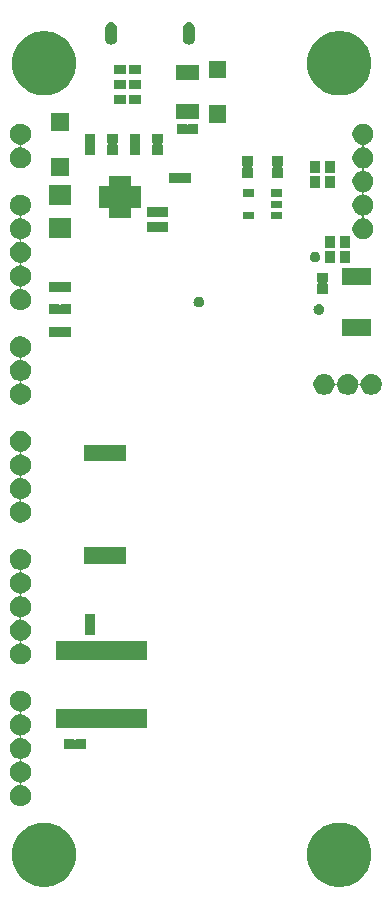
<source format=gbr>
G04 #@! TF.GenerationSoftware,KiCad,Pcbnew,5.0.2-bee76a0~70~ubuntu18.04.1*
G04 #@! TF.CreationDate,2019-09-11T11:18:42+02:00*
G04 #@! TF.ProjectId,easyhive_1_3,65617379-6869-4766-955f-315f332e6b69,rev?*
G04 #@! TF.SameCoordinates,Original*
G04 #@! TF.FileFunction,Soldermask,Bot*
G04 #@! TF.FilePolarity,Negative*
%FSLAX46Y46*%
G04 Gerber Fmt 4.6, Leading zero omitted, Abs format (unit mm)*
G04 Created by KiCad (PCBNEW 5.0.2-bee76a0~70~ubuntu18.04.1) date Mi 11 Sep 2019 11:18:42 CEST*
%MOMM*%
%LPD*%
G01*
G04 APERTURE LIST*
%ADD10C,0.100000*%
G04 APERTURE END LIST*
D10*
G36*
X161531355Y-135837825D02*
X161793911Y-135890051D01*
X162288556Y-136094940D01*
X162727801Y-136388435D01*
X162733727Y-136392394D01*
X163112306Y-136770973D01*
X163409761Y-137216146D01*
X163614649Y-137710790D01*
X163719100Y-138235899D01*
X163719100Y-138771301D01*
X163614649Y-139296410D01*
X163409761Y-139791054D01*
X163112306Y-140236227D01*
X162733727Y-140614806D01*
X162733724Y-140614808D01*
X162288556Y-140912260D01*
X161793911Y-141117149D01*
X161531355Y-141169375D01*
X161268801Y-141221600D01*
X160733399Y-141221600D01*
X160470845Y-141169375D01*
X160208289Y-141117149D01*
X159713644Y-140912260D01*
X159268476Y-140614808D01*
X159268473Y-140614806D01*
X158889894Y-140236227D01*
X158592439Y-139791054D01*
X158387551Y-139296410D01*
X158283100Y-138771301D01*
X158283100Y-138235899D01*
X158387551Y-137710790D01*
X158592439Y-137216146D01*
X158889894Y-136770973D01*
X159268473Y-136392394D01*
X159274399Y-136388435D01*
X159713644Y-136094940D01*
X160208289Y-135890051D01*
X160470845Y-135837825D01*
X160733399Y-135785600D01*
X161268801Y-135785600D01*
X161531355Y-135837825D01*
X161531355Y-135837825D01*
G37*
G36*
X136531355Y-135837825D02*
X136793911Y-135890051D01*
X137288556Y-136094940D01*
X137727801Y-136388435D01*
X137733727Y-136392394D01*
X138112306Y-136770973D01*
X138409761Y-137216146D01*
X138614649Y-137710790D01*
X138719100Y-138235899D01*
X138719100Y-138771301D01*
X138614649Y-139296410D01*
X138409761Y-139791054D01*
X138112306Y-140236227D01*
X137733727Y-140614806D01*
X137733724Y-140614808D01*
X137288556Y-140912260D01*
X136793911Y-141117149D01*
X136531355Y-141169375D01*
X136268801Y-141221600D01*
X135733399Y-141221600D01*
X135470845Y-141169375D01*
X135208289Y-141117149D01*
X134713644Y-140912260D01*
X134268476Y-140614808D01*
X134268473Y-140614806D01*
X133889894Y-140236227D01*
X133592439Y-139791054D01*
X133387551Y-139296410D01*
X133283100Y-138771301D01*
X133283100Y-138235899D01*
X133387551Y-137710790D01*
X133592439Y-137216146D01*
X133889894Y-136770973D01*
X134268473Y-136392394D01*
X134274399Y-136388435D01*
X134713644Y-136094940D01*
X135208289Y-135890051D01*
X135470845Y-135837825D01*
X135733399Y-135785600D01*
X136268801Y-135785600D01*
X136531355Y-135837825D01*
X136531355Y-135837825D01*
G37*
G36*
X134260467Y-124648571D02*
X134260469Y-124648572D01*
X134260470Y-124648572D01*
X134320247Y-124673332D01*
X134422295Y-124715602D01*
X134567935Y-124812916D01*
X134691784Y-124936765D01*
X134789098Y-125082405D01*
X134856129Y-125244233D01*
X134890300Y-125416020D01*
X134890300Y-125591180D01*
X134856129Y-125762967D01*
X134789098Y-125924795D01*
X134691784Y-126070435D01*
X134567935Y-126194284D01*
X134422295Y-126291598D01*
X134320247Y-126333868D01*
X134260470Y-126358628D01*
X134260469Y-126358628D01*
X134260467Y-126358629D01*
X134147992Y-126381002D01*
X134124543Y-126388115D01*
X134102932Y-126399666D01*
X134083990Y-126415212D01*
X134068444Y-126434154D01*
X134056893Y-126455764D01*
X134049780Y-126479214D01*
X134047378Y-126503600D01*
X134049780Y-126527986D01*
X134056893Y-126551435D01*
X134068444Y-126573046D01*
X134083990Y-126591988D01*
X134102932Y-126607534D01*
X134124542Y-126619085D01*
X134147992Y-126626198D01*
X134260467Y-126648571D01*
X134260469Y-126648572D01*
X134260470Y-126648572D01*
X134320247Y-126673332D01*
X134422295Y-126715602D01*
X134567935Y-126812916D01*
X134691784Y-126936765D01*
X134789098Y-127082405D01*
X134856129Y-127244233D01*
X134890300Y-127416020D01*
X134890300Y-127591180D01*
X134861879Y-127734061D01*
X134856128Y-127762970D01*
X134845097Y-127789600D01*
X134789098Y-127924795D01*
X134691784Y-128070435D01*
X134567935Y-128194284D01*
X134422295Y-128291598D01*
X134320247Y-128333868D01*
X134260470Y-128358628D01*
X134260469Y-128358628D01*
X134260467Y-128358629D01*
X134147992Y-128381002D01*
X134124543Y-128388115D01*
X134102932Y-128399666D01*
X134083990Y-128415212D01*
X134068444Y-128434154D01*
X134056893Y-128455764D01*
X134049780Y-128479214D01*
X134047378Y-128503600D01*
X134049780Y-128527986D01*
X134056893Y-128551435D01*
X134068444Y-128573046D01*
X134083990Y-128591988D01*
X134102932Y-128607534D01*
X134124542Y-128619085D01*
X134147992Y-128626198D01*
X134260467Y-128648571D01*
X134260469Y-128648572D01*
X134260470Y-128648572D01*
X134320247Y-128673332D01*
X134422295Y-128715602D01*
X134567935Y-128812916D01*
X134691784Y-128936765D01*
X134789098Y-129082405D01*
X134856129Y-129244233D01*
X134890300Y-129416020D01*
X134890300Y-129591180D01*
X134856129Y-129762967D01*
X134789098Y-129924795D01*
X134691784Y-130070435D01*
X134567935Y-130194284D01*
X134422295Y-130291598D01*
X134320247Y-130333868D01*
X134260470Y-130358628D01*
X134260469Y-130358628D01*
X134260467Y-130358629D01*
X134147992Y-130381002D01*
X134124543Y-130388115D01*
X134102932Y-130399666D01*
X134083990Y-130415212D01*
X134068444Y-130434154D01*
X134056893Y-130455764D01*
X134049780Y-130479214D01*
X134047378Y-130503600D01*
X134049780Y-130527986D01*
X134056893Y-130551435D01*
X134068444Y-130573046D01*
X134083990Y-130591988D01*
X134102932Y-130607534D01*
X134124542Y-130619085D01*
X134147992Y-130626198D01*
X134260467Y-130648571D01*
X134260469Y-130648572D01*
X134260470Y-130648572D01*
X134320247Y-130673332D01*
X134422295Y-130715602D01*
X134567935Y-130812916D01*
X134691784Y-130936765D01*
X134789098Y-131082405D01*
X134856129Y-131244233D01*
X134890300Y-131416020D01*
X134890300Y-131591180D01*
X134856129Y-131762967D01*
X134789098Y-131924795D01*
X134691784Y-132070435D01*
X134567935Y-132194284D01*
X134422295Y-132291598D01*
X134320247Y-132333868D01*
X134260470Y-132358628D01*
X134260469Y-132358628D01*
X134260467Y-132358629D01*
X134147992Y-132381002D01*
X134124543Y-132388115D01*
X134102932Y-132399666D01*
X134083990Y-132415212D01*
X134068444Y-132434154D01*
X134056893Y-132455764D01*
X134049780Y-132479214D01*
X134047378Y-132503600D01*
X134049780Y-132527986D01*
X134056893Y-132551435D01*
X134068444Y-132573046D01*
X134083990Y-132591988D01*
X134102932Y-132607534D01*
X134124542Y-132619085D01*
X134147992Y-132626198D01*
X134260467Y-132648571D01*
X134260469Y-132648572D01*
X134260470Y-132648572D01*
X134320247Y-132673332D01*
X134422295Y-132715602D01*
X134567935Y-132812916D01*
X134691784Y-132936765D01*
X134789098Y-133082405D01*
X134856129Y-133244233D01*
X134890300Y-133416020D01*
X134890300Y-133591180D01*
X134856129Y-133762967D01*
X134789098Y-133924795D01*
X134691784Y-134070435D01*
X134567935Y-134194284D01*
X134422295Y-134291598D01*
X134320247Y-134333868D01*
X134260470Y-134358628D01*
X134260469Y-134358628D01*
X134260467Y-134358629D01*
X134088680Y-134392800D01*
X133913520Y-134392800D01*
X133741733Y-134358629D01*
X133741731Y-134358628D01*
X133741730Y-134358628D01*
X133681953Y-134333868D01*
X133579905Y-134291598D01*
X133434265Y-134194284D01*
X133310416Y-134070435D01*
X133213102Y-133924795D01*
X133146071Y-133762967D01*
X133111900Y-133591180D01*
X133111900Y-133416020D01*
X133146071Y-133244233D01*
X133213102Y-133082405D01*
X133310416Y-132936765D01*
X133434265Y-132812916D01*
X133579905Y-132715602D01*
X133681953Y-132673332D01*
X133741730Y-132648572D01*
X133741731Y-132648572D01*
X133741733Y-132648571D01*
X133854208Y-132626198D01*
X133877657Y-132619085D01*
X133899268Y-132607534D01*
X133918210Y-132591988D01*
X133933756Y-132573046D01*
X133945307Y-132551436D01*
X133952420Y-132527986D01*
X133954822Y-132503600D01*
X133952420Y-132479214D01*
X133945307Y-132455765D01*
X133933756Y-132434154D01*
X133918210Y-132415212D01*
X133899268Y-132399666D01*
X133877658Y-132388115D01*
X133854208Y-132381002D01*
X133741733Y-132358629D01*
X133741731Y-132358628D01*
X133741730Y-132358628D01*
X133681953Y-132333868D01*
X133579905Y-132291598D01*
X133434265Y-132194284D01*
X133310416Y-132070435D01*
X133213102Y-131924795D01*
X133146071Y-131762967D01*
X133111900Y-131591180D01*
X133111900Y-131416020D01*
X133146071Y-131244233D01*
X133213102Y-131082405D01*
X133310416Y-130936765D01*
X133434265Y-130812916D01*
X133579905Y-130715602D01*
X133681953Y-130673332D01*
X133741730Y-130648572D01*
X133741731Y-130648572D01*
X133741733Y-130648571D01*
X133854208Y-130626198D01*
X133877657Y-130619085D01*
X133899268Y-130607534D01*
X133918210Y-130591988D01*
X133933756Y-130573046D01*
X133945307Y-130551436D01*
X133952420Y-130527986D01*
X133954822Y-130503600D01*
X133952420Y-130479214D01*
X133945307Y-130455765D01*
X133933756Y-130434154D01*
X133918210Y-130415212D01*
X133899268Y-130399666D01*
X133877658Y-130388115D01*
X133854208Y-130381002D01*
X133741733Y-130358629D01*
X133741731Y-130358628D01*
X133741730Y-130358628D01*
X133681953Y-130333868D01*
X133579905Y-130291598D01*
X133434265Y-130194284D01*
X133310416Y-130070435D01*
X133213102Y-129924795D01*
X133146071Y-129762967D01*
X133111900Y-129591180D01*
X133111900Y-129416020D01*
X133146071Y-129244233D01*
X133213102Y-129082405D01*
X133310416Y-128936765D01*
X133434265Y-128812916D01*
X133579905Y-128715602D01*
X133681953Y-128673332D01*
X133741730Y-128648572D01*
X133741731Y-128648572D01*
X133741733Y-128648571D01*
X133854208Y-128626198D01*
X133877657Y-128619085D01*
X133899268Y-128607534D01*
X133918210Y-128591988D01*
X133933756Y-128573046D01*
X133945307Y-128551436D01*
X133952420Y-128527986D01*
X133954822Y-128503600D01*
X133952420Y-128479214D01*
X133945307Y-128455765D01*
X133933756Y-128434154D01*
X133918210Y-128415212D01*
X133899268Y-128399666D01*
X133877658Y-128388115D01*
X133854208Y-128381002D01*
X133741733Y-128358629D01*
X133741731Y-128358628D01*
X133741730Y-128358628D01*
X133681953Y-128333868D01*
X133579905Y-128291598D01*
X133434265Y-128194284D01*
X133310416Y-128070435D01*
X133213102Y-127924795D01*
X133157103Y-127789600D01*
X133146072Y-127762970D01*
X133140322Y-127734061D01*
X133111900Y-127591180D01*
X133111900Y-127416020D01*
X133146071Y-127244233D01*
X133213102Y-127082405D01*
X133310416Y-126936765D01*
X133434265Y-126812916D01*
X133579905Y-126715602D01*
X133681953Y-126673332D01*
X133741730Y-126648572D01*
X133741731Y-126648572D01*
X133741733Y-126648571D01*
X133854208Y-126626198D01*
X133877657Y-126619085D01*
X133899268Y-126607534D01*
X133918210Y-126591988D01*
X133933756Y-126573046D01*
X133945307Y-126551436D01*
X133952420Y-126527986D01*
X133954822Y-126503600D01*
X133952420Y-126479214D01*
X133945307Y-126455765D01*
X133933756Y-126434154D01*
X133918210Y-126415212D01*
X133899268Y-126399666D01*
X133877658Y-126388115D01*
X133854208Y-126381002D01*
X133741733Y-126358629D01*
X133741731Y-126358628D01*
X133741730Y-126358628D01*
X133681953Y-126333868D01*
X133579905Y-126291598D01*
X133434265Y-126194284D01*
X133310416Y-126070435D01*
X133213102Y-125924795D01*
X133146071Y-125762967D01*
X133111900Y-125591180D01*
X133111900Y-125416020D01*
X133146071Y-125244233D01*
X133213102Y-125082405D01*
X133310416Y-124936765D01*
X133434265Y-124812916D01*
X133579905Y-124715602D01*
X133681953Y-124673332D01*
X133741730Y-124648572D01*
X133741731Y-124648572D01*
X133741733Y-124648571D01*
X133913520Y-124614400D01*
X134088680Y-124614400D01*
X134260467Y-124648571D01*
X134260467Y-124648571D01*
G37*
G36*
X138541796Y-128750899D02*
X138562170Y-128764513D01*
X138584809Y-128773892D01*
X138608842Y-128778674D01*
X138633346Y-128778675D01*
X138657380Y-128773895D01*
X138680019Y-128764519D01*
X138700395Y-128750906D01*
X138708701Y-128742600D01*
X139522100Y-128742600D01*
X139522100Y-129594600D01*
X138708702Y-129594600D01*
X138700404Y-129586301D01*
X138680030Y-129572687D01*
X138657391Y-129563308D01*
X138633358Y-129558526D01*
X138608854Y-129558525D01*
X138584820Y-129563305D01*
X138562181Y-129572681D01*
X138541805Y-129586294D01*
X138533499Y-129594600D01*
X137720100Y-129594600D01*
X137720100Y-128742600D01*
X138533498Y-128742600D01*
X138541796Y-128750899D01*
X138541796Y-128750899D01*
G37*
G36*
X137564276Y-126188443D02*
X137573855Y-126190348D01*
X137598359Y-126190346D01*
X137607929Y-126188443D01*
X137616487Y-126187600D01*
X138205713Y-126187600D01*
X138214276Y-126188443D01*
X138223855Y-126190348D01*
X138248359Y-126190346D01*
X138257929Y-126188443D01*
X138266487Y-126187600D01*
X138855713Y-126187600D01*
X138864276Y-126188443D01*
X138873855Y-126190348D01*
X138898359Y-126190346D01*
X138907929Y-126188443D01*
X138916487Y-126187600D01*
X139505713Y-126187600D01*
X139514276Y-126188443D01*
X139523855Y-126190348D01*
X139548359Y-126190346D01*
X139557929Y-126188443D01*
X139566487Y-126187600D01*
X140155713Y-126187600D01*
X140164276Y-126188443D01*
X140173855Y-126190348D01*
X140198359Y-126190346D01*
X140207929Y-126188443D01*
X140216487Y-126187600D01*
X140805713Y-126187600D01*
X140814276Y-126188443D01*
X140823855Y-126190348D01*
X140848359Y-126190346D01*
X140857929Y-126188443D01*
X140866487Y-126187600D01*
X141455713Y-126187600D01*
X141464276Y-126188443D01*
X141473855Y-126190348D01*
X141498359Y-126190346D01*
X141507929Y-126188443D01*
X141516487Y-126187600D01*
X142105713Y-126187600D01*
X142114276Y-126188443D01*
X142123855Y-126190348D01*
X142148359Y-126190346D01*
X142157929Y-126188443D01*
X142166487Y-126187600D01*
X142755713Y-126187600D01*
X142764276Y-126188443D01*
X142773855Y-126190348D01*
X142798359Y-126190346D01*
X142807929Y-126188443D01*
X142816487Y-126187600D01*
X143405713Y-126187600D01*
X143414276Y-126188443D01*
X143423855Y-126190348D01*
X143448359Y-126190346D01*
X143457929Y-126188443D01*
X143466487Y-126187600D01*
X144055713Y-126187600D01*
X144064276Y-126188443D01*
X144073855Y-126190348D01*
X144098359Y-126190346D01*
X144107929Y-126188443D01*
X144116487Y-126187600D01*
X144687100Y-126187600D01*
X144687100Y-127789600D01*
X144116487Y-127789600D01*
X144107924Y-127788757D01*
X144098345Y-127786852D01*
X144073841Y-127786854D01*
X144064271Y-127788757D01*
X144055713Y-127789600D01*
X143466487Y-127789600D01*
X143457924Y-127788757D01*
X143448345Y-127786852D01*
X143423841Y-127786854D01*
X143414271Y-127788757D01*
X143405713Y-127789600D01*
X142816487Y-127789600D01*
X142807924Y-127788757D01*
X142798345Y-127786852D01*
X142773841Y-127786854D01*
X142764271Y-127788757D01*
X142755713Y-127789600D01*
X142166487Y-127789600D01*
X142157924Y-127788757D01*
X142148345Y-127786852D01*
X142123841Y-127786854D01*
X142114271Y-127788757D01*
X142105713Y-127789600D01*
X141516487Y-127789600D01*
X141507924Y-127788757D01*
X141498345Y-127786852D01*
X141473841Y-127786854D01*
X141464271Y-127788757D01*
X141455713Y-127789600D01*
X140866487Y-127789600D01*
X140857924Y-127788757D01*
X140848345Y-127786852D01*
X140823841Y-127786854D01*
X140814271Y-127788757D01*
X140805713Y-127789600D01*
X140216487Y-127789600D01*
X140207924Y-127788757D01*
X140198345Y-127786852D01*
X140173841Y-127786854D01*
X140164271Y-127788757D01*
X140155713Y-127789600D01*
X139566487Y-127789600D01*
X139557924Y-127788757D01*
X139548345Y-127786852D01*
X139523841Y-127786854D01*
X139514271Y-127788757D01*
X139505713Y-127789600D01*
X138916487Y-127789600D01*
X138907924Y-127788757D01*
X138898345Y-127786852D01*
X138873841Y-127786854D01*
X138864271Y-127788757D01*
X138855713Y-127789600D01*
X138266487Y-127789600D01*
X138257924Y-127788757D01*
X138248345Y-127786852D01*
X138223841Y-127786854D01*
X138214271Y-127788757D01*
X138205713Y-127789600D01*
X137616487Y-127789600D01*
X137607924Y-127788757D01*
X137598345Y-127786852D01*
X137573841Y-127786854D01*
X137564271Y-127788757D01*
X137555713Y-127789600D01*
X136985100Y-127789600D01*
X136985100Y-126187600D01*
X137555713Y-126187600D01*
X137564276Y-126188443D01*
X137564276Y-126188443D01*
G37*
G36*
X134260467Y-112648571D02*
X134260469Y-112648572D01*
X134260470Y-112648572D01*
X134320247Y-112673332D01*
X134422295Y-112715602D01*
X134567935Y-112812916D01*
X134691784Y-112936765D01*
X134789098Y-113082405D01*
X134856129Y-113244233D01*
X134890300Y-113416020D01*
X134890300Y-113591180D01*
X134856129Y-113762967D01*
X134789098Y-113924795D01*
X134691784Y-114070435D01*
X134567935Y-114194284D01*
X134422295Y-114291598D01*
X134320247Y-114333868D01*
X134260470Y-114358628D01*
X134260469Y-114358628D01*
X134260467Y-114358629D01*
X134147992Y-114381002D01*
X134124543Y-114388115D01*
X134102932Y-114399666D01*
X134083990Y-114415212D01*
X134068444Y-114434154D01*
X134056893Y-114455764D01*
X134049780Y-114479214D01*
X134047378Y-114503600D01*
X134049780Y-114527986D01*
X134056893Y-114551435D01*
X134068444Y-114573046D01*
X134083990Y-114591988D01*
X134102932Y-114607534D01*
X134124542Y-114619085D01*
X134147992Y-114626198D01*
X134260467Y-114648571D01*
X134260469Y-114648572D01*
X134260470Y-114648572D01*
X134320247Y-114673332D01*
X134422295Y-114715602D01*
X134567935Y-114812916D01*
X134691784Y-114936765D01*
X134789098Y-115082405D01*
X134856129Y-115244233D01*
X134890300Y-115416020D01*
X134890300Y-115591180D01*
X134856129Y-115762967D01*
X134789098Y-115924795D01*
X134691784Y-116070435D01*
X134567935Y-116194284D01*
X134422295Y-116291598D01*
X134320247Y-116333868D01*
X134260470Y-116358628D01*
X134260469Y-116358628D01*
X134260467Y-116358629D01*
X134147992Y-116381002D01*
X134124543Y-116388115D01*
X134102932Y-116399666D01*
X134083990Y-116415212D01*
X134068444Y-116434154D01*
X134056893Y-116455764D01*
X134049780Y-116479214D01*
X134047378Y-116503600D01*
X134049780Y-116527986D01*
X134056893Y-116551435D01*
X134068444Y-116573046D01*
X134083990Y-116591988D01*
X134102932Y-116607534D01*
X134124542Y-116619085D01*
X134147992Y-116626198D01*
X134260467Y-116648571D01*
X134260469Y-116648572D01*
X134260470Y-116648572D01*
X134320247Y-116673332D01*
X134422295Y-116715602D01*
X134567935Y-116812916D01*
X134691784Y-116936765D01*
X134789098Y-117082405D01*
X134856129Y-117244233D01*
X134890300Y-117416020D01*
X134890300Y-117591180D01*
X134856129Y-117762967D01*
X134789098Y-117924795D01*
X134691784Y-118070435D01*
X134567935Y-118194284D01*
X134422295Y-118291598D01*
X134320247Y-118333868D01*
X134260470Y-118358628D01*
X134260469Y-118358628D01*
X134260467Y-118358629D01*
X134147992Y-118381002D01*
X134124543Y-118388115D01*
X134102932Y-118399666D01*
X134083990Y-118415212D01*
X134068444Y-118434154D01*
X134056893Y-118455764D01*
X134049780Y-118479214D01*
X134047378Y-118503600D01*
X134049780Y-118527986D01*
X134056893Y-118551435D01*
X134068444Y-118573046D01*
X134083990Y-118591988D01*
X134102932Y-118607534D01*
X134124542Y-118619085D01*
X134147992Y-118626198D01*
X134260467Y-118648571D01*
X134260469Y-118648572D01*
X134260470Y-118648572D01*
X134320247Y-118673332D01*
X134422295Y-118715602D01*
X134567935Y-118812916D01*
X134691784Y-118936765D01*
X134789098Y-119082405D01*
X134856129Y-119244233D01*
X134890300Y-119416020D01*
X134890300Y-119591180D01*
X134856129Y-119762967D01*
X134789098Y-119924795D01*
X134691784Y-120070435D01*
X134567935Y-120194284D01*
X134422295Y-120291598D01*
X134320247Y-120333868D01*
X134260470Y-120358628D01*
X134260469Y-120358628D01*
X134260467Y-120358629D01*
X134147992Y-120381002D01*
X134124543Y-120388115D01*
X134102932Y-120399666D01*
X134083990Y-120415212D01*
X134068444Y-120434154D01*
X134056893Y-120455764D01*
X134049780Y-120479214D01*
X134047378Y-120503600D01*
X134049780Y-120527986D01*
X134056893Y-120551435D01*
X134068444Y-120573046D01*
X134083990Y-120591988D01*
X134102932Y-120607534D01*
X134124542Y-120619085D01*
X134147992Y-120626198D01*
X134260467Y-120648571D01*
X134260469Y-120648572D01*
X134260470Y-120648572D01*
X134320247Y-120673332D01*
X134422295Y-120715602D01*
X134567935Y-120812916D01*
X134691784Y-120936765D01*
X134789098Y-121082405D01*
X134856129Y-121244233D01*
X134890300Y-121416020D01*
X134890300Y-121591180D01*
X134856129Y-121762967D01*
X134789098Y-121924795D01*
X134691784Y-122070435D01*
X134567935Y-122194284D01*
X134422295Y-122291598D01*
X134320247Y-122333868D01*
X134260470Y-122358628D01*
X134260469Y-122358628D01*
X134260467Y-122358629D01*
X134088680Y-122392800D01*
X133913520Y-122392800D01*
X133741733Y-122358629D01*
X133741731Y-122358628D01*
X133741730Y-122358628D01*
X133681953Y-122333868D01*
X133579905Y-122291598D01*
X133434265Y-122194284D01*
X133310416Y-122070435D01*
X133213102Y-121924795D01*
X133146071Y-121762967D01*
X133111900Y-121591180D01*
X133111900Y-121416020D01*
X133146071Y-121244233D01*
X133213102Y-121082405D01*
X133310416Y-120936765D01*
X133434265Y-120812916D01*
X133579905Y-120715602D01*
X133681953Y-120673332D01*
X133741730Y-120648572D01*
X133741731Y-120648572D01*
X133741733Y-120648571D01*
X133854208Y-120626198D01*
X133877657Y-120619085D01*
X133899268Y-120607534D01*
X133918210Y-120591988D01*
X133933756Y-120573046D01*
X133945307Y-120551436D01*
X133952420Y-120527986D01*
X133954822Y-120503600D01*
X133952420Y-120479214D01*
X133945307Y-120455765D01*
X133933756Y-120434154D01*
X133918210Y-120415212D01*
X133899268Y-120399666D01*
X133877658Y-120388115D01*
X133854208Y-120381002D01*
X133741733Y-120358629D01*
X133741731Y-120358628D01*
X133741730Y-120358628D01*
X133681953Y-120333868D01*
X133579905Y-120291598D01*
X133434265Y-120194284D01*
X133310416Y-120070435D01*
X133213102Y-119924795D01*
X133146071Y-119762967D01*
X133111900Y-119591180D01*
X133111900Y-119416020D01*
X133146071Y-119244233D01*
X133213102Y-119082405D01*
X133310416Y-118936765D01*
X133434265Y-118812916D01*
X133579905Y-118715602D01*
X133681953Y-118673332D01*
X133741730Y-118648572D01*
X133741731Y-118648572D01*
X133741733Y-118648571D01*
X133854208Y-118626198D01*
X133877657Y-118619085D01*
X133899268Y-118607534D01*
X133918210Y-118591988D01*
X133933756Y-118573046D01*
X133945307Y-118551436D01*
X133952420Y-118527986D01*
X133954822Y-118503600D01*
X133952420Y-118479214D01*
X133945307Y-118455765D01*
X133933756Y-118434154D01*
X133918210Y-118415212D01*
X133899268Y-118399666D01*
X133877658Y-118388115D01*
X133854208Y-118381002D01*
X133741733Y-118358629D01*
X133741731Y-118358628D01*
X133741730Y-118358628D01*
X133681953Y-118333868D01*
X133579905Y-118291598D01*
X133434265Y-118194284D01*
X133310416Y-118070435D01*
X133213102Y-117924795D01*
X133146071Y-117762967D01*
X133111900Y-117591180D01*
X133111900Y-117416020D01*
X133146071Y-117244233D01*
X133213102Y-117082405D01*
X133310416Y-116936765D01*
X133434265Y-116812916D01*
X133579905Y-116715602D01*
X133681953Y-116673332D01*
X133741730Y-116648572D01*
X133741731Y-116648572D01*
X133741733Y-116648571D01*
X133854208Y-116626198D01*
X133877657Y-116619085D01*
X133899268Y-116607534D01*
X133918210Y-116591988D01*
X133933756Y-116573046D01*
X133945307Y-116551436D01*
X133952420Y-116527986D01*
X133954822Y-116503600D01*
X133952420Y-116479214D01*
X133945307Y-116455765D01*
X133933756Y-116434154D01*
X133918210Y-116415212D01*
X133899268Y-116399666D01*
X133877658Y-116388115D01*
X133854208Y-116381002D01*
X133741733Y-116358629D01*
X133741731Y-116358628D01*
X133741730Y-116358628D01*
X133681953Y-116333868D01*
X133579905Y-116291598D01*
X133434265Y-116194284D01*
X133310416Y-116070435D01*
X133213102Y-115924795D01*
X133146071Y-115762967D01*
X133111900Y-115591180D01*
X133111900Y-115416020D01*
X133146071Y-115244233D01*
X133213102Y-115082405D01*
X133310416Y-114936765D01*
X133434265Y-114812916D01*
X133579905Y-114715602D01*
X133681953Y-114673332D01*
X133741730Y-114648572D01*
X133741731Y-114648572D01*
X133741733Y-114648571D01*
X133854208Y-114626198D01*
X133877657Y-114619085D01*
X133899268Y-114607534D01*
X133918210Y-114591988D01*
X133933756Y-114573046D01*
X133945307Y-114551436D01*
X133952420Y-114527986D01*
X133954822Y-114503600D01*
X133952420Y-114479214D01*
X133945307Y-114455765D01*
X133933756Y-114434154D01*
X133918210Y-114415212D01*
X133899268Y-114399666D01*
X133877658Y-114388115D01*
X133854208Y-114381002D01*
X133741733Y-114358629D01*
X133741731Y-114358628D01*
X133741730Y-114358628D01*
X133681953Y-114333868D01*
X133579905Y-114291598D01*
X133434265Y-114194284D01*
X133310416Y-114070435D01*
X133213102Y-113924795D01*
X133146071Y-113762967D01*
X133111900Y-113591180D01*
X133111900Y-113416020D01*
X133146071Y-113244233D01*
X133213102Y-113082405D01*
X133310416Y-112936765D01*
X133434265Y-112812916D01*
X133579905Y-112715602D01*
X133681953Y-112673332D01*
X133741730Y-112648572D01*
X133741731Y-112648572D01*
X133741733Y-112648571D01*
X133913520Y-112614400D01*
X134088680Y-112614400D01*
X134260467Y-112648571D01*
X134260467Y-112648571D01*
G37*
G36*
X137564276Y-120388443D02*
X137573855Y-120390348D01*
X137598359Y-120390346D01*
X137607929Y-120388443D01*
X137616487Y-120387600D01*
X138205713Y-120387600D01*
X138214276Y-120388443D01*
X138223855Y-120390348D01*
X138248359Y-120390346D01*
X138257929Y-120388443D01*
X138266487Y-120387600D01*
X138855713Y-120387600D01*
X138864276Y-120388443D01*
X138873855Y-120390348D01*
X138898359Y-120390346D01*
X138907929Y-120388443D01*
X138916487Y-120387600D01*
X139505713Y-120387600D01*
X139514276Y-120388443D01*
X139523855Y-120390348D01*
X139548359Y-120390346D01*
X139557929Y-120388443D01*
X139566487Y-120387600D01*
X140155713Y-120387600D01*
X140164276Y-120388443D01*
X140173855Y-120390348D01*
X140198359Y-120390346D01*
X140207929Y-120388443D01*
X140216487Y-120387600D01*
X140805713Y-120387600D01*
X140814276Y-120388443D01*
X140823855Y-120390348D01*
X140848359Y-120390346D01*
X140857929Y-120388443D01*
X140866487Y-120387600D01*
X141455713Y-120387600D01*
X141464276Y-120388443D01*
X141473855Y-120390348D01*
X141498359Y-120390346D01*
X141507929Y-120388443D01*
X141516487Y-120387600D01*
X142105713Y-120387600D01*
X142114276Y-120388443D01*
X142123855Y-120390348D01*
X142148359Y-120390346D01*
X142157929Y-120388443D01*
X142166487Y-120387600D01*
X142755713Y-120387600D01*
X142764276Y-120388443D01*
X142773855Y-120390348D01*
X142798359Y-120390346D01*
X142807929Y-120388443D01*
X142816487Y-120387600D01*
X143405713Y-120387600D01*
X143414276Y-120388443D01*
X143423855Y-120390348D01*
X143448359Y-120390346D01*
X143457929Y-120388443D01*
X143466487Y-120387600D01*
X144055713Y-120387600D01*
X144064276Y-120388443D01*
X144073855Y-120390348D01*
X144098359Y-120390346D01*
X144107929Y-120388443D01*
X144116487Y-120387600D01*
X144687100Y-120387600D01*
X144687100Y-121989600D01*
X144116487Y-121989600D01*
X144107924Y-121988757D01*
X144098345Y-121986852D01*
X144073841Y-121986854D01*
X144064271Y-121988757D01*
X144055713Y-121989600D01*
X143466487Y-121989600D01*
X143457924Y-121988757D01*
X143448345Y-121986852D01*
X143423841Y-121986854D01*
X143414271Y-121988757D01*
X143405713Y-121989600D01*
X142816487Y-121989600D01*
X142807924Y-121988757D01*
X142798345Y-121986852D01*
X142773841Y-121986854D01*
X142764271Y-121988757D01*
X142755713Y-121989600D01*
X142166487Y-121989600D01*
X142157924Y-121988757D01*
X142148345Y-121986852D01*
X142123841Y-121986854D01*
X142114271Y-121988757D01*
X142105713Y-121989600D01*
X141516487Y-121989600D01*
X141507924Y-121988757D01*
X141498345Y-121986852D01*
X141473841Y-121986854D01*
X141464271Y-121988757D01*
X141455713Y-121989600D01*
X140866487Y-121989600D01*
X140857924Y-121988757D01*
X140848345Y-121986852D01*
X140823841Y-121986854D01*
X140814271Y-121988757D01*
X140805713Y-121989600D01*
X140216487Y-121989600D01*
X140207924Y-121988757D01*
X140198345Y-121986852D01*
X140173841Y-121986854D01*
X140164271Y-121988757D01*
X140155713Y-121989600D01*
X139566487Y-121989600D01*
X139557924Y-121988757D01*
X139548345Y-121986852D01*
X139523841Y-121986854D01*
X139514271Y-121988757D01*
X139505713Y-121989600D01*
X138916487Y-121989600D01*
X138907924Y-121988757D01*
X138898345Y-121986852D01*
X138873841Y-121986854D01*
X138864271Y-121988757D01*
X138855713Y-121989600D01*
X138266487Y-121989600D01*
X138257924Y-121988757D01*
X138248345Y-121986852D01*
X138223841Y-121986854D01*
X138214271Y-121988757D01*
X138205713Y-121989600D01*
X137616487Y-121989600D01*
X137607924Y-121988757D01*
X137598345Y-121986852D01*
X137573841Y-121986854D01*
X137564271Y-121988757D01*
X137555713Y-121989600D01*
X136985100Y-121989600D01*
X136985100Y-120387600D01*
X137555713Y-120387600D01*
X137564276Y-120388443D01*
X137564276Y-120388443D01*
G37*
G36*
X140317100Y-118920998D02*
X140308801Y-118929296D01*
X140295187Y-118949670D01*
X140285808Y-118972309D01*
X140281026Y-118996342D01*
X140281025Y-119020846D01*
X140285805Y-119044880D01*
X140295181Y-119067519D01*
X140308794Y-119087895D01*
X140317100Y-119096201D01*
X140317100Y-119909600D01*
X139465100Y-119909600D01*
X139465100Y-119096202D01*
X139473399Y-119087904D01*
X139487013Y-119067530D01*
X139496392Y-119044891D01*
X139501174Y-119020858D01*
X139501175Y-118996354D01*
X139496395Y-118972320D01*
X139487019Y-118949681D01*
X139473406Y-118929305D01*
X139465100Y-118920999D01*
X139465100Y-118107600D01*
X140317100Y-118107600D01*
X140317100Y-118920998D01*
X140317100Y-118920998D01*
G37*
G36*
X142912100Y-113899600D02*
X139410100Y-113899600D01*
X139410100Y-112497600D01*
X142912100Y-112497600D01*
X142912100Y-113899600D01*
X142912100Y-113899600D01*
G37*
G36*
X134260467Y-102648571D02*
X134260469Y-102648572D01*
X134260470Y-102648572D01*
X134320247Y-102673332D01*
X134422295Y-102715602D01*
X134567935Y-102812916D01*
X134691784Y-102936765D01*
X134789098Y-103082405D01*
X134856129Y-103244233D01*
X134890300Y-103416020D01*
X134890300Y-103591180D01*
X134856129Y-103762967D01*
X134789098Y-103924795D01*
X134691784Y-104070435D01*
X134567935Y-104194284D01*
X134422295Y-104291598D01*
X134320247Y-104333868D01*
X134260470Y-104358628D01*
X134260469Y-104358628D01*
X134260467Y-104358629D01*
X134147992Y-104381002D01*
X134124543Y-104388115D01*
X134102932Y-104399666D01*
X134083990Y-104415212D01*
X134068444Y-104434154D01*
X134056893Y-104455764D01*
X134049780Y-104479214D01*
X134047378Y-104503600D01*
X134049780Y-104527986D01*
X134056893Y-104551435D01*
X134068444Y-104573046D01*
X134083990Y-104591988D01*
X134102932Y-104607534D01*
X134124542Y-104619085D01*
X134147992Y-104626198D01*
X134260467Y-104648571D01*
X134260469Y-104648572D01*
X134260470Y-104648572D01*
X134320247Y-104673332D01*
X134422295Y-104715602D01*
X134567935Y-104812916D01*
X134691784Y-104936765D01*
X134789098Y-105082405D01*
X134856129Y-105244233D01*
X134890300Y-105416020D01*
X134890300Y-105591180D01*
X134856129Y-105762967D01*
X134789098Y-105924795D01*
X134691784Y-106070435D01*
X134567935Y-106194284D01*
X134422295Y-106291598D01*
X134320247Y-106333868D01*
X134260470Y-106358628D01*
X134260469Y-106358628D01*
X134260467Y-106358629D01*
X134147992Y-106381002D01*
X134124543Y-106388115D01*
X134102932Y-106399666D01*
X134083990Y-106415212D01*
X134068444Y-106434154D01*
X134056893Y-106455764D01*
X134049780Y-106479214D01*
X134047378Y-106503600D01*
X134049780Y-106527986D01*
X134056893Y-106551435D01*
X134068444Y-106573046D01*
X134083990Y-106591988D01*
X134102932Y-106607534D01*
X134124542Y-106619085D01*
X134147992Y-106626198D01*
X134260467Y-106648571D01*
X134260469Y-106648572D01*
X134260470Y-106648572D01*
X134320247Y-106673332D01*
X134422295Y-106715602D01*
X134567935Y-106812916D01*
X134691784Y-106936765D01*
X134789098Y-107082405D01*
X134856129Y-107244233D01*
X134890300Y-107416020D01*
X134890300Y-107591180D01*
X134856129Y-107762967D01*
X134789098Y-107924795D01*
X134691784Y-108070435D01*
X134567935Y-108194284D01*
X134422295Y-108291598D01*
X134320247Y-108333868D01*
X134260470Y-108358628D01*
X134260469Y-108358628D01*
X134260467Y-108358629D01*
X134147992Y-108381002D01*
X134124543Y-108388115D01*
X134102932Y-108399666D01*
X134083990Y-108415212D01*
X134068444Y-108434154D01*
X134056893Y-108455764D01*
X134049780Y-108479214D01*
X134047378Y-108503600D01*
X134049780Y-108527986D01*
X134056893Y-108551435D01*
X134068444Y-108573046D01*
X134083990Y-108591988D01*
X134102932Y-108607534D01*
X134124542Y-108619085D01*
X134147992Y-108626198D01*
X134260467Y-108648571D01*
X134260469Y-108648572D01*
X134260470Y-108648572D01*
X134320247Y-108673332D01*
X134422295Y-108715602D01*
X134567935Y-108812916D01*
X134691784Y-108936765D01*
X134789098Y-109082405D01*
X134856129Y-109244233D01*
X134890300Y-109416020D01*
X134890300Y-109591180D01*
X134856129Y-109762967D01*
X134789098Y-109924795D01*
X134691784Y-110070435D01*
X134567935Y-110194284D01*
X134422295Y-110291598D01*
X134320247Y-110333868D01*
X134260470Y-110358628D01*
X134260469Y-110358628D01*
X134260467Y-110358629D01*
X134088680Y-110392800D01*
X133913520Y-110392800D01*
X133741733Y-110358629D01*
X133741731Y-110358628D01*
X133741730Y-110358628D01*
X133681953Y-110333868D01*
X133579905Y-110291598D01*
X133434265Y-110194284D01*
X133310416Y-110070435D01*
X133213102Y-109924795D01*
X133146071Y-109762967D01*
X133111900Y-109591180D01*
X133111900Y-109416020D01*
X133146071Y-109244233D01*
X133213102Y-109082405D01*
X133310416Y-108936765D01*
X133434265Y-108812916D01*
X133579905Y-108715602D01*
X133681953Y-108673332D01*
X133741730Y-108648572D01*
X133741731Y-108648572D01*
X133741733Y-108648571D01*
X133854208Y-108626198D01*
X133877657Y-108619085D01*
X133899268Y-108607534D01*
X133918210Y-108591988D01*
X133933756Y-108573046D01*
X133945307Y-108551436D01*
X133952420Y-108527986D01*
X133954822Y-108503600D01*
X133952420Y-108479214D01*
X133945307Y-108455765D01*
X133933756Y-108434154D01*
X133918210Y-108415212D01*
X133899268Y-108399666D01*
X133877658Y-108388115D01*
X133854208Y-108381002D01*
X133741733Y-108358629D01*
X133741731Y-108358628D01*
X133741730Y-108358628D01*
X133681953Y-108333868D01*
X133579905Y-108291598D01*
X133434265Y-108194284D01*
X133310416Y-108070435D01*
X133213102Y-107924795D01*
X133146071Y-107762967D01*
X133111900Y-107591180D01*
X133111900Y-107416020D01*
X133146071Y-107244233D01*
X133213102Y-107082405D01*
X133310416Y-106936765D01*
X133434265Y-106812916D01*
X133579905Y-106715602D01*
X133681953Y-106673332D01*
X133741730Y-106648572D01*
X133741731Y-106648572D01*
X133741733Y-106648571D01*
X133854208Y-106626198D01*
X133877657Y-106619085D01*
X133899268Y-106607534D01*
X133918210Y-106591988D01*
X133933756Y-106573046D01*
X133945307Y-106551436D01*
X133952420Y-106527986D01*
X133954822Y-106503600D01*
X133952420Y-106479214D01*
X133945307Y-106455765D01*
X133933756Y-106434154D01*
X133918210Y-106415212D01*
X133899268Y-106399666D01*
X133877658Y-106388115D01*
X133854208Y-106381002D01*
X133741733Y-106358629D01*
X133741731Y-106358628D01*
X133741730Y-106358628D01*
X133681953Y-106333868D01*
X133579905Y-106291598D01*
X133434265Y-106194284D01*
X133310416Y-106070435D01*
X133213102Y-105924795D01*
X133146071Y-105762967D01*
X133111900Y-105591180D01*
X133111900Y-105416020D01*
X133146071Y-105244233D01*
X133213102Y-105082405D01*
X133310416Y-104936765D01*
X133434265Y-104812916D01*
X133579905Y-104715602D01*
X133681953Y-104673332D01*
X133741730Y-104648572D01*
X133741731Y-104648572D01*
X133741733Y-104648571D01*
X133854208Y-104626198D01*
X133877657Y-104619085D01*
X133899268Y-104607534D01*
X133918210Y-104591988D01*
X133933756Y-104573046D01*
X133945307Y-104551436D01*
X133952420Y-104527986D01*
X133954822Y-104503600D01*
X133952420Y-104479214D01*
X133945307Y-104455765D01*
X133933756Y-104434154D01*
X133918210Y-104415212D01*
X133899268Y-104399666D01*
X133877658Y-104388115D01*
X133854208Y-104381002D01*
X133741733Y-104358629D01*
X133741731Y-104358628D01*
X133741730Y-104358628D01*
X133681953Y-104333868D01*
X133579905Y-104291598D01*
X133434265Y-104194284D01*
X133310416Y-104070435D01*
X133213102Y-103924795D01*
X133146071Y-103762967D01*
X133111900Y-103591180D01*
X133111900Y-103416020D01*
X133146071Y-103244233D01*
X133213102Y-103082405D01*
X133310416Y-102936765D01*
X133434265Y-102812916D01*
X133579905Y-102715602D01*
X133681953Y-102673332D01*
X133741730Y-102648572D01*
X133741731Y-102648572D01*
X133741733Y-102648571D01*
X133913520Y-102614400D01*
X134088680Y-102614400D01*
X134260467Y-102648571D01*
X134260467Y-102648571D01*
G37*
G36*
X142912100Y-105199600D02*
X139410100Y-105199600D01*
X139410100Y-103797600D01*
X142912100Y-103797600D01*
X142912100Y-105199600D01*
X142912100Y-105199600D01*
G37*
G36*
X134260467Y-94648571D02*
X134260469Y-94648572D01*
X134260470Y-94648572D01*
X134311236Y-94669600D01*
X134422295Y-94715602D01*
X134567935Y-94812916D01*
X134691784Y-94936765D01*
X134789098Y-95082405D01*
X134856129Y-95244233D01*
X134890300Y-95416020D01*
X134890300Y-95591180D01*
X134856129Y-95762967D01*
X134789098Y-95924795D01*
X134691784Y-96070435D01*
X134567935Y-96194284D01*
X134422295Y-96291598D01*
X134320247Y-96333868D01*
X134260470Y-96358628D01*
X134260469Y-96358628D01*
X134260467Y-96358629D01*
X134147992Y-96381002D01*
X134124543Y-96388115D01*
X134102932Y-96399666D01*
X134083990Y-96415212D01*
X134068444Y-96434154D01*
X134056893Y-96455764D01*
X134049780Y-96479214D01*
X134047378Y-96503600D01*
X134049780Y-96527986D01*
X134056893Y-96551435D01*
X134068444Y-96573046D01*
X134083990Y-96591988D01*
X134102932Y-96607534D01*
X134124542Y-96619085D01*
X134147992Y-96626198D01*
X134260467Y-96648571D01*
X134260469Y-96648572D01*
X134260470Y-96648572D01*
X134320247Y-96673332D01*
X134422295Y-96715602D01*
X134567935Y-96812916D01*
X134691784Y-96936765D01*
X134789098Y-97082405D01*
X134856129Y-97244233D01*
X134890300Y-97416020D01*
X134890300Y-97591180D01*
X134856129Y-97762967D01*
X134789098Y-97924795D01*
X134691784Y-98070435D01*
X134567935Y-98194284D01*
X134422295Y-98291598D01*
X134320247Y-98333868D01*
X134260470Y-98358628D01*
X134260469Y-98358628D01*
X134260467Y-98358629D01*
X134147992Y-98381002D01*
X134124543Y-98388115D01*
X134102932Y-98399666D01*
X134083990Y-98415212D01*
X134068444Y-98434154D01*
X134056893Y-98455764D01*
X134049780Y-98479214D01*
X134047378Y-98503600D01*
X134049780Y-98527986D01*
X134056893Y-98551435D01*
X134068444Y-98573046D01*
X134083990Y-98591988D01*
X134102932Y-98607534D01*
X134124542Y-98619085D01*
X134147992Y-98626198D01*
X134260467Y-98648571D01*
X134260469Y-98648572D01*
X134260470Y-98648572D01*
X134320247Y-98673332D01*
X134422295Y-98715602D01*
X134567935Y-98812916D01*
X134691784Y-98936765D01*
X134789098Y-99082405D01*
X134856129Y-99244233D01*
X134890300Y-99416020D01*
X134890300Y-99591180D01*
X134856129Y-99762967D01*
X134789098Y-99924795D01*
X134691784Y-100070435D01*
X134567935Y-100194284D01*
X134422295Y-100291598D01*
X134320247Y-100333868D01*
X134260470Y-100358628D01*
X134260469Y-100358628D01*
X134260467Y-100358629D01*
X134088680Y-100392800D01*
X133913520Y-100392800D01*
X133741733Y-100358629D01*
X133741731Y-100358628D01*
X133741730Y-100358628D01*
X133681953Y-100333868D01*
X133579905Y-100291598D01*
X133434265Y-100194284D01*
X133310416Y-100070435D01*
X133213102Y-99924795D01*
X133146071Y-99762967D01*
X133111900Y-99591180D01*
X133111900Y-99416020D01*
X133146071Y-99244233D01*
X133213102Y-99082405D01*
X133310416Y-98936765D01*
X133434265Y-98812916D01*
X133579905Y-98715602D01*
X133681953Y-98673332D01*
X133741730Y-98648572D01*
X133741731Y-98648572D01*
X133741733Y-98648571D01*
X133854208Y-98626198D01*
X133877657Y-98619085D01*
X133899268Y-98607534D01*
X133918210Y-98591988D01*
X133933756Y-98573046D01*
X133945307Y-98551436D01*
X133952420Y-98527986D01*
X133954822Y-98503600D01*
X133952420Y-98479214D01*
X133945307Y-98455765D01*
X133933756Y-98434154D01*
X133918210Y-98415212D01*
X133899268Y-98399666D01*
X133877658Y-98388115D01*
X133854208Y-98381002D01*
X133741733Y-98358629D01*
X133741731Y-98358628D01*
X133741730Y-98358628D01*
X133681953Y-98333868D01*
X133579905Y-98291598D01*
X133434265Y-98194284D01*
X133310416Y-98070435D01*
X133213102Y-97924795D01*
X133146071Y-97762967D01*
X133111900Y-97591180D01*
X133111900Y-97416020D01*
X133146071Y-97244233D01*
X133213102Y-97082405D01*
X133310416Y-96936765D01*
X133434265Y-96812916D01*
X133579905Y-96715602D01*
X133681953Y-96673332D01*
X133741730Y-96648572D01*
X133741731Y-96648572D01*
X133741733Y-96648571D01*
X133854208Y-96626198D01*
X133877657Y-96619085D01*
X133899268Y-96607534D01*
X133918210Y-96591988D01*
X133933756Y-96573046D01*
X133945307Y-96551436D01*
X133952420Y-96527986D01*
X133954822Y-96503600D01*
X133952420Y-96479214D01*
X133945307Y-96455765D01*
X133933756Y-96434154D01*
X133918210Y-96415212D01*
X133899268Y-96399666D01*
X133877658Y-96388115D01*
X133854208Y-96381002D01*
X133741733Y-96358629D01*
X133741731Y-96358628D01*
X133741730Y-96358628D01*
X133681953Y-96333868D01*
X133579905Y-96291598D01*
X133434265Y-96194284D01*
X133310416Y-96070435D01*
X133213102Y-95924795D01*
X133146071Y-95762967D01*
X133111900Y-95591180D01*
X133111900Y-95416020D01*
X133146071Y-95244233D01*
X133213102Y-95082405D01*
X133310416Y-94936765D01*
X133434265Y-94812916D01*
X133579905Y-94715602D01*
X133690964Y-94669600D01*
X133741730Y-94648572D01*
X133741731Y-94648572D01*
X133741733Y-94648571D01*
X133913520Y-94614400D01*
X134088680Y-94614400D01*
X134260467Y-94648571D01*
X134260467Y-94648571D01*
G37*
G36*
X159962967Y-97833571D02*
X159962969Y-97833572D01*
X159962970Y-97833572D01*
X160022747Y-97858332D01*
X160124795Y-97900602D01*
X160270435Y-97997916D01*
X160394284Y-98121765D01*
X160491598Y-98267405D01*
X160491598Y-98267406D01*
X160552822Y-98415212D01*
X160558629Y-98429233D01*
X160581002Y-98541708D01*
X160588115Y-98565157D01*
X160599666Y-98586768D01*
X160615212Y-98605710D01*
X160634154Y-98621256D01*
X160655764Y-98632807D01*
X160679214Y-98639920D01*
X160703600Y-98642322D01*
X160727986Y-98639920D01*
X160751435Y-98632807D01*
X160773046Y-98621256D01*
X160791988Y-98605710D01*
X160807534Y-98586768D01*
X160819085Y-98565158D01*
X160826198Y-98541708D01*
X160848571Y-98429233D01*
X160854379Y-98415212D01*
X160915602Y-98267406D01*
X160915602Y-98267405D01*
X161012916Y-98121765D01*
X161136765Y-97997916D01*
X161282405Y-97900602D01*
X161384453Y-97858332D01*
X161444230Y-97833572D01*
X161444231Y-97833572D01*
X161444233Y-97833571D01*
X161616020Y-97799400D01*
X161791180Y-97799400D01*
X161962967Y-97833571D01*
X161962969Y-97833572D01*
X161962970Y-97833572D01*
X162022747Y-97858332D01*
X162124795Y-97900602D01*
X162270435Y-97997916D01*
X162394284Y-98121765D01*
X162491598Y-98267405D01*
X162491598Y-98267406D01*
X162552822Y-98415212D01*
X162558629Y-98429233D01*
X162581002Y-98541708D01*
X162588115Y-98565157D01*
X162599666Y-98586768D01*
X162615212Y-98605710D01*
X162634154Y-98621256D01*
X162655764Y-98632807D01*
X162679214Y-98639920D01*
X162703600Y-98642322D01*
X162727986Y-98639920D01*
X162751435Y-98632807D01*
X162773046Y-98621256D01*
X162791988Y-98605710D01*
X162807534Y-98586768D01*
X162819085Y-98565158D01*
X162826198Y-98541708D01*
X162848571Y-98429233D01*
X162854379Y-98415212D01*
X162915602Y-98267406D01*
X162915602Y-98267405D01*
X163012916Y-98121765D01*
X163136765Y-97997916D01*
X163282405Y-97900602D01*
X163384453Y-97858332D01*
X163444230Y-97833572D01*
X163444231Y-97833572D01*
X163444233Y-97833571D01*
X163616020Y-97799400D01*
X163791180Y-97799400D01*
X163962967Y-97833571D01*
X163962969Y-97833572D01*
X163962970Y-97833572D01*
X164022747Y-97858332D01*
X164124795Y-97900602D01*
X164270435Y-97997916D01*
X164394284Y-98121765D01*
X164491598Y-98267405D01*
X164491598Y-98267406D01*
X164552822Y-98415212D01*
X164558629Y-98429233D01*
X164592800Y-98601020D01*
X164592800Y-98776180D01*
X164558629Y-98947967D01*
X164491598Y-99109795D01*
X164394284Y-99255435D01*
X164270435Y-99379284D01*
X164124795Y-99476598D01*
X164022747Y-99518868D01*
X163962970Y-99543628D01*
X163962969Y-99543628D01*
X163962967Y-99543629D01*
X163791180Y-99577800D01*
X163616020Y-99577800D01*
X163444233Y-99543629D01*
X163444231Y-99543628D01*
X163444230Y-99543628D01*
X163384453Y-99518868D01*
X163282405Y-99476598D01*
X163136765Y-99379284D01*
X163012916Y-99255435D01*
X162915602Y-99109795D01*
X162848571Y-98947967D01*
X162826198Y-98835492D01*
X162819085Y-98812043D01*
X162807534Y-98790432D01*
X162791988Y-98771490D01*
X162773046Y-98755944D01*
X162751436Y-98744393D01*
X162727986Y-98737280D01*
X162703600Y-98734878D01*
X162679214Y-98737280D01*
X162655765Y-98744393D01*
X162634154Y-98755944D01*
X162615212Y-98771490D01*
X162599666Y-98790432D01*
X162588115Y-98812042D01*
X162581002Y-98835492D01*
X162558629Y-98947967D01*
X162491598Y-99109795D01*
X162394284Y-99255435D01*
X162270435Y-99379284D01*
X162124795Y-99476598D01*
X162022747Y-99518868D01*
X161962970Y-99543628D01*
X161962969Y-99543628D01*
X161962967Y-99543629D01*
X161791180Y-99577800D01*
X161616020Y-99577800D01*
X161444233Y-99543629D01*
X161444231Y-99543628D01*
X161444230Y-99543628D01*
X161384453Y-99518868D01*
X161282405Y-99476598D01*
X161136765Y-99379284D01*
X161012916Y-99255435D01*
X160915602Y-99109795D01*
X160848571Y-98947967D01*
X160826198Y-98835492D01*
X160819085Y-98812043D01*
X160807534Y-98790432D01*
X160791988Y-98771490D01*
X160773046Y-98755944D01*
X160751436Y-98744393D01*
X160727986Y-98737280D01*
X160703600Y-98734878D01*
X160679214Y-98737280D01*
X160655765Y-98744393D01*
X160634154Y-98755944D01*
X160615212Y-98771490D01*
X160599666Y-98790432D01*
X160588115Y-98812042D01*
X160581002Y-98835492D01*
X160558629Y-98947967D01*
X160491598Y-99109795D01*
X160394284Y-99255435D01*
X160270435Y-99379284D01*
X160124795Y-99476598D01*
X160022747Y-99518868D01*
X159962970Y-99543628D01*
X159962969Y-99543628D01*
X159962967Y-99543629D01*
X159791180Y-99577800D01*
X159616020Y-99577800D01*
X159444233Y-99543629D01*
X159444231Y-99543628D01*
X159444230Y-99543628D01*
X159384453Y-99518868D01*
X159282405Y-99476598D01*
X159136765Y-99379284D01*
X159012916Y-99255435D01*
X158915602Y-99109795D01*
X158848571Y-98947967D01*
X158814400Y-98776180D01*
X158814400Y-98601020D01*
X158848571Y-98429233D01*
X158854379Y-98415212D01*
X158915602Y-98267406D01*
X158915602Y-98267405D01*
X159012916Y-98121765D01*
X159136765Y-97997916D01*
X159282405Y-97900602D01*
X159384453Y-97858332D01*
X159444230Y-97833572D01*
X159444231Y-97833572D01*
X159444233Y-97833571D01*
X159616020Y-97799400D01*
X159791180Y-97799400D01*
X159962967Y-97833571D01*
X159962967Y-97833571D01*
G37*
G36*
X137271796Y-93825899D02*
X137292170Y-93839513D01*
X137314809Y-93848892D01*
X137338842Y-93853674D01*
X137363346Y-93853675D01*
X137387380Y-93848895D01*
X137410019Y-93839519D01*
X137430395Y-93825906D01*
X137438701Y-93817600D01*
X138252100Y-93817600D01*
X138252100Y-94669600D01*
X137438702Y-94669600D01*
X137430404Y-94661301D01*
X137410030Y-94647687D01*
X137387391Y-94638308D01*
X137363358Y-94633526D01*
X137338854Y-94633525D01*
X137314820Y-94638305D01*
X137292181Y-94647681D01*
X137271805Y-94661294D01*
X137263499Y-94669600D01*
X136450100Y-94669600D01*
X136450100Y-93817600D01*
X137263498Y-93817600D01*
X137271796Y-93825899D01*
X137271796Y-93825899D01*
G37*
G36*
X163667100Y-94579600D02*
X161215100Y-94579600D01*
X161215100Y-93127600D01*
X163667100Y-93127600D01*
X163667100Y-94579600D01*
X163667100Y-94579600D01*
G37*
G36*
X159346587Y-91896265D02*
X159431191Y-91921929D01*
X159509163Y-91963606D01*
X159577506Y-92019694D01*
X159633594Y-92088037D01*
X159675271Y-92166009D01*
X159700935Y-92250613D01*
X159709601Y-92338599D01*
X159709601Y-92338601D01*
X159700935Y-92426587D01*
X159675271Y-92511191D01*
X159633594Y-92589163D01*
X159577506Y-92657506D01*
X159509163Y-92713594D01*
X159431191Y-92755271D01*
X159346587Y-92780935D01*
X159258601Y-92789601D01*
X159258599Y-92789601D01*
X159170613Y-92780935D01*
X159086009Y-92755271D01*
X159008037Y-92713594D01*
X158939694Y-92657506D01*
X158883606Y-92589163D01*
X158841929Y-92511191D01*
X158816265Y-92426587D01*
X158807599Y-92338601D01*
X158807599Y-92338599D01*
X158816265Y-92250613D01*
X158841929Y-92166009D01*
X158883606Y-92088037D01*
X158939694Y-92019694D01*
X159008037Y-91963606D01*
X159086009Y-91921929D01*
X159170613Y-91896265D01*
X159258599Y-91887599D01*
X159258601Y-91887599D01*
X159346587Y-91896265D01*
X159346587Y-91896265D01*
G37*
G36*
X137271796Y-91920899D02*
X137292170Y-91934513D01*
X137314809Y-91943892D01*
X137338842Y-91948674D01*
X137363346Y-91948675D01*
X137387380Y-91943895D01*
X137410019Y-91934519D01*
X137430395Y-91920906D01*
X137438701Y-91912600D01*
X138252100Y-91912600D01*
X138252100Y-92764600D01*
X137438702Y-92764600D01*
X137430404Y-92756301D01*
X137410030Y-92742687D01*
X137387391Y-92733308D01*
X137363358Y-92728526D01*
X137338854Y-92728525D01*
X137314820Y-92733305D01*
X137292181Y-92742681D01*
X137271805Y-92756294D01*
X137263499Y-92764600D01*
X136450100Y-92764600D01*
X136450100Y-91912600D01*
X137263498Y-91912600D01*
X137271796Y-91920899D01*
X137271796Y-91920899D01*
G37*
G36*
X134260467Y-82648571D02*
X134260469Y-82648572D01*
X134260470Y-82648572D01*
X134310096Y-82669128D01*
X134422295Y-82715602D01*
X134567935Y-82812916D01*
X134691784Y-82936765D01*
X134789098Y-83082405D01*
X134789098Y-83082406D01*
X134839506Y-83204100D01*
X134856129Y-83244233D01*
X134890300Y-83416020D01*
X134890300Y-83591180D01*
X134856587Y-83760666D01*
X134856128Y-83762970D01*
X134850643Y-83776212D01*
X134789098Y-83924795D01*
X134691784Y-84070435D01*
X134567935Y-84194284D01*
X134422295Y-84291598D01*
X134320247Y-84333868D01*
X134260470Y-84358628D01*
X134260469Y-84358628D01*
X134260467Y-84358629D01*
X134147992Y-84381002D01*
X134124543Y-84388115D01*
X134102932Y-84399666D01*
X134083990Y-84415212D01*
X134068444Y-84434154D01*
X134056893Y-84455764D01*
X134049780Y-84479214D01*
X134047378Y-84503600D01*
X134049780Y-84527986D01*
X134056893Y-84551435D01*
X134068444Y-84573046D01*
X134083990Y-84591988D01*
X134102932Y-84607534D01*
X134124542Y-84619085D01*
X134147992Y-84626198D01*
X134260467Y-84648571D01*
X134260469Y-84648572D01*
X134260470Y-84648572D01*
X134285645Y-84659000D01*
X134422295Y-84715602D01*
X134567935Y-84812916D01*
X134691784Y-84936765D01*
X134789098Y-85082405D01*
X134856129Y-85244233D01*
X134890300Y-85416020D01*
X134890300Y-85591180D01*
X134862669Y-85730091D01*
X134856128Y-85762970D01*
X134831368Y-85822747D01*
X134789098Y-85924795D01*
X134691784Y-86070435D01*
X134567935Y-86194284D01*
X134422295Y-86291598D01*
X134320247Y-86333868D01*
X134260470Y-86358628D01*
X134260469Y-86358628D01*
X134260467Y-86358629D01*
X134147992Y-86381002D01*
X134124543Y-86388115D01*
X134102932Y-86399666D01*
X134083990Y-86415212D01*
X134068444Y-86434154D01*
X134056893Y-86455764D01*
X134049780Y-86479214D01*
X134047378Y-86503600D01*
X134049780Y-86527986D01*
X134056893Y-86551435D01*
X134068444Y-86573046D01*
X134083990Y-86591988D01*
X134102932Y-86607534D01*
X134124542Y-86619085D01*
X134147992Y-86626198D01*
X134260467Y-86648571D01*
X134260469Y-86648572D01*
X134260470Y-86648572D01*
X134320247Y-86673332D01*
X134422295Y-86715602D01*
X134567935Y-86812916D01*
X134691784Y-86936765D01*
X134789098Y-87082405D01*
X134856129Y-87244233D01*
X134890300Y-87416020D01*
X134890300Y-87591180D01*
X134856129Y-87762967D01*
X134789098Y-87924795D01*
X134691784Y-88070435D01*
X134567935Y-88194284D01*
X134422295Y-88291598D01*
X134377214Y-88310271D01*
X134260470Y-88358628D01*
X134260469Y-88358628D01*
X134260467Y-88358629D01*
X134147992Y-88381002D01*
X134124543Y-88388115D01*
X134102932Y-88399666D01*
X134083990Y-88415212D01*
X134068444Y-88434154D01*
X134056893Y-88455764D01*
X134049780Y-88479214D01*
X134047378Y-88503600D01*
X134049780Y-88527986D01*
X134056893Y-88551435D01*
X134068444Y-88573046D01*
X134083990Y-88591988D01*
X134102932Y-88607534D01*
X134124542Y-88619085D01*
X134147992Y-88626198D01*
X134260467Y-88648571D01*
X134260469Y-88648572D01*
X134260470Y-88648572D01*
X134320247Y-88673332D01*
X134422295Y-88715602D01*
X134567935Y-88812916D01*
X134691784Y-88936765D01*
X134789098Y-89082405D01*
X134856129Y-89244233D01*
X134890300Y-89416020D01*
X134890300Y-89591180D01*
X134856129Y-89762967D01*
X134789098Y-89924795D01*
X134691784Y-90070435D01*
X134567935Y-90194284D01*
X134422295Y-90291598D01*
X134320247Y-90333868D01*
X134260470Y-90358628D01*
X134260469Y-90358628D01*
X134260467Y-90358629D01*
X134147992Y-90381002D01*
X134124543Y-90388115D01*
X134102932Y-90399666D01*
X134083990Y-90415212D01*
X134068444Y-90434154D01*
X134056893Y-90455764D01*
X134049780Y-90479214D01*
X134047378Y-90503600D01*
X134049780Y-90527986D01*
X134056893Y-90551435D01*
X134068444Y-90573046D01*
X134083990Y-90591988D01*
X134102932Y-90607534D01*
X134124542Y-90619085D01*
X134147992Y-90626198D01*
X134260467Y-90648571D01*
X134260469Y-90648572D01*
X134260470Y-90648572D01*
X134320247Y-90673332D01*
X134422295Y-90715602D01*
X134567935Y-90812916D01*
X134691784Y-90936765D01*
X134789098Y-91082405D01*
X134856129Y-91244233D01*
X134890300Y-91416020D01*
X134890300Y-91591180D01*
X134856129Y-91762967D01*
X134789098Y-91924795D01*
X134691784Y-92070435D01*
X134567935Y-92194284D01*
X134422295Y-92291598D01*
X134320247Y-92333868D01*
X134260470Y-92358628D01*
X134260469Y-92358628D01*
X134260467Y-92358629D01*
X134088680Y-92392800D01*
X133913520Y-92392800D01*
X133741733Y-92358629D01*
X133741731Y-92358628D01*
X133741730Y-92358628D01*
X133681953Y-92333868D01*
X133579905Y-92291598D01*
X133434265Y-92194284D01*
X133310416Y-92070435D01*
X133213102Y-91924795D01*
X133146071Y-91762967D01*
X133111900Y-91591180D01*
X133111900Y-91416020D01*
X133146071Y-91244233D01*
X133213102Y-91082405D01*
X133310416Y-90936765D01*
X133434265Y-90812916D01*
X133579905Y-90715602D01*
X133681953Y-90673332D01*
X133741730Y-90648572D01*
X133741731Y-90648572D01*
X133741733Y-90648571D01*
X133854208Y-90626198D01*
X133877657Y-90619085D01*
X133899268Y-90607534D01*
X133918210Y-90591988D01*
X133933756Y-90573046D01*
X133945307Y-90551436D01*
X133952420Y-90527986D01*
X133954822Y-90503600D01*
X133952420Y-90479214D01*
X133945307Y-90455765D01*
X133933756Y-90434154D01*
X133918210Y-90415212D01*
X133899268Y-90399666D01*
X133877658Y-90388115D01*
X133854208Y-90381002D01*
X133741733Y-90358629D01*
X133741731Y-90358628D01*
X133741730Y-90358628D01*
X133681953Y-90333868D01*
X133579905Y-90291598D01*
X133434265Y-90194284D01*
X133310416Y-90070435D01*
X133213102Y-89924795D01*
X133146071Y-89762967D01*
X133111900Y-89591180D01*
X133111900Y-89416020D01*
X133146071Y-89244233D01*
X133213102Y-89082405D01*
X133310416Y-88936765D01*
X133434265Y-88812916D01*
X133579905Y-88715602D01*
X133681953Y-88673332D01*
X133741730Y-88648572D01*
X133741731Y-88648572D01*
X133741733Y-88648571D01*
X133854208Y-88626198D01*
X133877657Y-88619085D01*
X133899268Y-88607534D01*
X133918210Y-88591988D01*
X133933756Y-88573046D01*
X133945307Y-88551436D01*
X133952420Y-88527986D01*
X133954822Y-88503600D01*
X133952420Y-88479214D01*
X133945307Y-88455765D01*
X133933756Y-88434154D01*
X133918210Y-88415212D01*
X133899268Y-88399666D01*
X133877658Y-88388115D01*
X133854208Y-88381002D01*
X133741733Y-88358629D01*
X133741731Y-88358628D01*
X133741730Y-88358628D01*
X133624986Y-88310271D01*
X133579905Y-88291598D01*
X133434265Y-88194284D01*
X133310416Y-88070435D01*
X133213102Y-87924795D01*
X133146071Y-87762967D01*
X133111900Y-87591180D01*
X133111900Y-87416020D01*
X133146071Y-87244233D01*
X133213102Y-87082405D01*
X133310416Y-86936765D01*
X133434265Y-86812916D01*
X133579905Y-86715602D01*
X133681953Y-86673332D01*
X133741730Y-86648572D01*
X133741731Y-86648572D01*
X133741733Y-86648571D01*
X133854208Y-86626198D01*
X133877657Y-86619085D01*
X133899268Y-86607534D01*
X133918210Y-86591988D01*
X133933756Y-86573046D01*
X133945307Y-86551436D01*
X133952420Y-86527986D01*
X133954822Y-86503600D01*
X133952420Y-86479214D01*
X133945307Y-86455765D01*
X133933756Y-86434154D01*
X133918210Y-86415212D01*
X133899268Y-86399666D01*
X133877658Y-86388115D01*
X133854208Y-86381002D01*
X133741733Y-86358629D01*
X133741731Y-86358628D01*
X133741730Y-86358628D01*
X133681953Y-86333868D01*
X133579905Y-86291598D01*
X133434265Y-86194284D01*
X133310416Y-86070435D01*
X133213102Y-85924795D01*
X133170832Y-85822747D01*
X133146072Y-85762970D01*
X133139532Y-85730091D01*
X133111900Y-85591180D01*
X133111900Y-85416020D01*
X133146071Y-85244233D01*
X133213102Y-85082405D01*
X133310416Y-84936765D01*
X133434265Y-84812916D01*
X133579905Y-84715602D01*
X133716555Y-84659000D01*
X133741730Y-84648572D01*
X133741731Y-84648572D01*
X133741733Y-84648571D01*
X133854208Y-84626198D01*
X133877657Y-84619085D01*
X133899268Y-84607534D01*
X133918210Y-84591988D01*
X133933756Y-84573046D01*
X133945307Y-84551436D01*
X133952420Y-84527986D01*
X133954822Y-84503600D01*
X133952420Y-84479214D01*
X133945307Y-84455765D01*
X133933756Y-84434154D01*
X133918210Y-84415212D01*
X133899268Y-84399666D01*
X133877658Y-84388115D01*
X133854208Y-84381002D01*
X133741733Y-84358629D01*
X133741731Y-84358628D01*
X133741730Y-84358628D01*
X133681953Y-84333868D01*
X133579905Y-84291598D01*
X133434265Y-84194284D01*
X133310416Y-84070435D01*
X133213102Y-83924795D01*
X133151557Y-83776212D01*
X133146072Y-83762970D01*
X133145614Y-83760666D01*
X133111900Y-83591180D01*
X133111900Y-83416020D01*
X133146071Y-83244233D01*
X133162695Y-83204100D01*
X133213102Y-83082406D01*
X133213102Y-83082405D01*
X133310416Y-82936765D01*
X133434265Y-82812916D01*
X133579905Y-82715602D01*
X133692104Y-82669128D01*
X133741730Y-82648572D01*
X133741731Y-82648572D01*
X133741733Y-82648571D01*
X133913520Y-82614400D01*
X134088680Y-82614400D01*
X134260467Y-82648571D01*
X134260467Y-82648571D01*
G37*
G36*
X149186587Y-91261265D02*
X149271191Y-91286929D01*
X149349163Y-91328606D01*
X149417506Y-91384694D01*
X149473594Y-91453037D01*
X149515271Y-91531009D01*
X149540935Y-91615613D01*
X149549601Y-91703599D01*
X149549601Y-91703601D01*
X149540935Y-91791587D01*
X149515271Y-91876191D01*
X149473594Y-91954163D01*
X149417506Y-92022506D01*
X149349163Y-92078594D01*
X149271191Y-92120271D01*
X149186587Y-92145935D01*
X149098601Y-92154601D01*
X149098599Y-92154601D01*
X149010613Y-92145935D01*
X148926009Y-92120271D01*
X148848037Y-92078594D01*
X148779694Y-92022506D01*
X148723606Y-91954163D01*
X148681929Y-91876191D01*
X148656265Y-91791587D01*
X148647599Y-91703601D01*
X148647599Y-91703599D01*
X148656265Y-91615613D01*
X148681929Y-91531009D01*
X148723606Y-91453037D01*
X148779694Y-91384694D01*
X148848037Y-91328606D01*
X148926009Y-91286929D01*
X149010613Y-91261265D01*
X149098599Y-91252599D01*
X149098601Y-91252599D01*
X149186587Y-91261265D01*
X149186587Y-91261265D01*
G37*
G36*
X160002100Y-90028498D02*
X159993801Y-90036796D01*
X159980187Y-90057170D01*
X159970808Y-90079809D01*
X159966026Y-90103842D01*
X159966025Y-90128346D01*
X159970805Y-90152380D01*
X159980181Y-90175019D01*
X159993794Y-90195395D01*
X160002100Y-90203701D01*
X160002100Y-91017100D01*
X159150100Y-91017100D01*
X159150100Y-90203702D01*
X159158399Y-90195404D01*
X159172013Y-90175030D01*
X159181392Y-90152391D01*
X159186174Y-90128358D01*
X159186175Y-90103854D01*
X159181395Y-90079820D01*
X159172019Y-90057181D01*
X159158406Y-90036805D01*
X159150100Y-90028499D01*
X159150100Y-89215100D01*
X160002100Y-89215100D01*
X160002100Y-90028498D01*
X160002100Y-90028498D01*
G37*
G36*
X137271796Y-90015899D02*
X137292170Y-90029513D01*
X137314809Y-90038892D01*
X137338842Y-90043674D01*
X137363346Y-90043675D01*
X137387380Y-90038895D01*
X137410019Y-90029519D01*
X137430395Y-90015906D01*
X137438701Y-90007600D01*
X138252100Y-90007600D01*
X138252100Y-90859600D01*
X137438702Y-90859600D01*
X137430404Y-90851301D01*
X137410030Y-90837687D01*
X137387391Y-90828308D01*
X137363358Y-90823526D01*
X137338854Y-90823525D01*
X137314820Y-90828305D01*
X137292181Y-90837681D01*
X137271805Y-90851294D01*
X137263499Y-90859600D01*
X136450100Y-90859600D01*
X136450100Y-90007600D01*
X137263498Y-90007600D01*
X137271796Y-90015899D01*
X137271796Y-90015899D01*
G37*
G36*
X163667100Y-90279600D02*
X161215100Y-90279600D01*
X161215100Y-88827600D01*
X163667100Y-88827600D01*
X163667100Y-90279600D01*
X163667100Y-90279600D01*
G37*
G36*
X161882100Y-88409600D02*
X161080100Y-88409600D01*
X161080100Y-87407600D01*
X161882100Y-87407600D01*
X161882100Y-88409600D01*
X161882100Y-88409600D01*
G37*
G36*
X160612100Y-88409600D02*
X159810100Y-88409600D01*
X159810100Y-87407600D01*
X160612100Y-87407600D01*
X160612100Y-88409600D01*
X160612100Y-88409600D01*
G37*
G36*
X159029087Y-87451265D02*
X159113691Y-87476929D01*
X159191663Y-87518606D01*
X159260006Y-87574694D01*
X159316094Y-87643037D01*
X159357771Y-87721009D01*
X159383435Y-87805613D01*
X159392101Y-87893599D01*
X159392101Y-87893601D01*
X159383435Y-87981587D01*
X159357771Y-88066191D01*
X159316094Y-88144163D01*
X159260006Y-88212506D01*
X159191663Y-88268594D01*
X159113691Y-88310271D01*
X159029087Y-88335935D01*
X158941101Y-88344601D01*
X158941099Y-88344601D01*
X158853113Y-88335935D01*
X158768509Y-88310271D01*
X158690537Y-88268594D01*
X158622194Y-88212506D01*
X158566106Y-88144163D01*
X158524429Y-88066191D01*
X158498765Y-87981587D01*
X158490099Y-87893601D01*
X158490099Y-87893599D01*
X158498765Y-87805613D01*
X158524429Y-87721009D01*
X158566106Y-87643037D01*
X158622194Y-87574694D01*
X158690537Y-87518606D01*
X158768509Y-87476929D01*
X158853113Y-87451265D01*
X158941099Y-87442599D01*
X158941101Y-87442599D01*
X159029087Y-87451265D01*
X159029087Y-87451265D01*
G37*
G36*
X160612100Y-87109600D02*
X159810100Y-87109600D01*
X159810100Y-86107600D01*
X160612100Y-86107600D01*
X160612100Y-87109600D01*
X160612100Y-87109600D01*
G37*
G36*
X161882100Y-87109600D02*
X161080100Y-87109600D01*
X161080100Y-86107600D01*
X161882100Y-86107600D01*
X161882100Y-87109600D01*
X161882100Y-87109600D01*
G37*
G36*
X163260467Y-76648571D02*
X163260469Y-76648572D01*
X163260470Y-76648572D01*
X163318478Y-76672600D01*
X163422295Y-76715602D01*
X163567935Y-76812916D01*
X163691784Y-76936765D01*
X163789098Y-77082405D01*
X163856129Y-77244233D01*
X163890300Y-77416020D01*
X163890300Y-77591180D01*
X163856129Y-77762967D01*
X163789098Y-77924795D01*
X163691784Y-78070435D01*
X163567935Y-78194284D01*
X163422295Y-78291598D01*
X163324009Y-78332309D01*
X163260470Y-78358628D01*
X163260469Y-78358628D01*
X163260467Y-78358629D01*
X163147992Y-78381002D01*
X163124543Y-78388115D01*
X163102932Y-78399666D01*
X163083990Y-78415212D01*
X163068444Y-78434154D01*
X163056893Y-78455764D01*
X163049780Y-78479214D01*
X163047378Y-78503600D01*
X163049780Y-78527986D01*
X163056893Y-78551435D01*
X163068444Y-78573046D01*
X163083990Y-78591988D01*
X163102932Y-78607534D01*
X163124542Y-78619085D01*
X163147992Y-78626198D01*
X163260467Y-78648571D01*
X163260469Y-78648572D01*
X163260470Y-78648572D01*
X163320247Y-78673332D01*
X163422295Y-78715602D01*
X163567935Y-78812916D01*
X163691784Y-78936765D01*
X163789098Y-79082405D01*
X163856129Y-79244233D01*
X163890300Y-79416020D01*
X163890300Y-79591180D01*
X163856129Y-79762967D01*
X163789098Y-79924795D01*
X163691784Y-80070435D01*
X163567935Y-80194284D01*
X163422295Y-80291598D01*
X163323502Y-80332519D01*
X163260470Y-80358628D01*
X163260469Y-80358628D01*
X163260467Y-80358629D01*
X163147992Y-80381002D01*
X163124543Y-80388115D01*
X163102932Y-80399666D01*
X163083990Y-80415212D01*
X163068444Y-80434154D01*
X163056893Y-80455764D01*
X163049780Y-80479214D01*
X163047378Y-80503600D01*
X163049780Y-80527986D01*
X163056893Y-80551435D01*
X163068444Y-80573046D01*
X163083990Y-80591988D01*
X163102932Y-80607534D01*
X163124542Y-80619085D01*
X163147992Y-80626198D01*
X163260467Y-80648571D01*
X163260469Y-80648572D01*
X163260470Y-80648572D01*
X163320247Y-80673332D01*
X163422295Y-80715602D01*
X163567935Y-80812916D01*
X163691784Y-80936765D01*
X163789098Y-81082405D01*
X163856129Y-81244233D01*
X163890300Y-81416020D01*
X163890300Y-81591180D01*
X163856129Y-81762967D01*
X163789098Y-81924795D01*
X163691784Y-82070435D01*
X163567935Y-82194284D01*
X163422295Y-82291598D01*
X163339605Y-82325849D01*
X163260470Y-82358628D01*
X163260469Y-82358628D01*
X163260467Y-82358629D01*
X163147992Y-82381002D01*
X163124543Y-82388115D01*
X163102932Y-82399666D01*
X163083990Y-82415212D01*
X163068444Y-82434154D01*
X163056893Y-82455764D01*
X163049780Y-82479214D01*
X163047378Y-82503600D01*
X163049780Y-82527986D01*
X163056893Y-82551435D01*
X163068444Y-82573046D01*
X163083990Y-82591988D01*
X163102932Y-82607534D01*
X163124542Y-82619085D01*
X163147992Y-82626198D01*
X163260467Y-82648571D01*
X163260469Y-82648572D01*
X163260470Y-82648572D01*
X163310096Y-82669128D01*
X163422295Y-82715602D01*
X163567935Y-82812916D01*
X163691784Y-82936765D01*
X163789098Y-83082405D01*
X163789098Y-83082406D01*
X163839506Y-83204100D01*
X163856129Y-83244233D01*
X163890300Y-83416020D01*
X163890300Y-83591180D01*
X163856587Y-83760666D01*
X163856128Y-83762970D01*
X163850643Y-83776212D01*
X163789098Y-83924795D01*
X163691784Y-84070435D01*
X163567935Y-84194284D01*
X163422295Y-84291598D01*
X163320247Y-84333868D01*
X163260470Y-84358628D01*
X163260469Y-84358628D01*
X163260467Y-84358629D01*
X163147992Y-84381002D01*
X163124543Y-84388115D01*
X163102932Y-84399666D01*
X163083990Y-84415212D01*
X163068444Y-84434154D01*
X163056893Y-84455764D01*
X163049780Y-84479214D01*
X163047378Y-84503600D01*
X163049780Y-84527986D01*
X163056893Y-84551435D01*
X163068444Y-84573046D01*
X163083990Y-84591988D01*
X163102932Y-84607534D01*
X163124542Y-84619085D01*
X163147992Y-84626198D01*
X163260467Y-84648571D01*
X163260469Y-84648572D01*
X163260470Y-84648572D01*
X163285645Y-84659000D01*
X163422295Y-84715602D01*
X163567935Y-84812916D01*
X163691784Y-84936765D01*
X163789098Y-85082405D01*
X163856129Y-85244233D01*
X163890300Y-85416020D01*
X163890300Y-85591180D01*
X163862669Y-85730091D01*
X163856128Y-85762970D01*
X163831368Y-85822747D01*
X163789098Y-85924795D01*
X163691784Y-86070435D01*
X163567935Y-86194284D01*
X163422295Y-86291598D01*
X163320247Y-86333868D01*
X163260470Y-86358628D01*
X163260469Y-86358628D01*
X163260467Y-86358629D01*
X163088680Y-86392800D01*
X162913520Y-86392800D01*
X162741733Y-86358629D01*
X162741731Y-86358628D01*
X162741730Y-86358628D01*
X162681953Y-86333868D01*
X162579905Y-86291598D01*
X162434265Y-86194284D01*
X162310416Y-86070435D01*
X162213102Y-85924795D01*
X162170832Y-85822747D01*
X162146072Y-85762970D01*
X162139532Y-85730091D01*
X162111900Y-85591180D01*
X162111900Y-85416020D01*
X162146071Y-85244233D01*
X162213102Y-85082405D01*
X162310416Y-84936765D01*
X162434265Y-84812916D01*
X162579905Y-84715602D01*
X162716555Y-84659000D01*
X162741730Y-84648572D01*
X162741731Y-84648572D01*
X162741733Y-84648571D01*
X162854208Y-84626198D01*
X162877657Y-84619085D01*
X162899268Y-84607534D01*
X162918210Y-84591988D01*
X162933756Y-84573046D01*
X162945307Y-84551436D01*
X162952420Y-84527986D01*
X162954822Y-84503600D01*
X162952420Y-84479214D01*
X162945307Y-84455765D01*
X162933756Y-84434154D01*
X162918210Y-84415212D01*
X162899268Y-84399666D01*
X162877658Y-84388115D01*
X162854208Y-84381002D01*
X162741733Y-84358629D01*
X162741731Y-84358628D01*
X162741730Y-84358628D01*
X162681953Y-84333868D01*
X162579905Y-84291598D01*
X162434265Y-84194284D01*
X162310416Y-84070435D01*
X162213102Y-83924795D01*
X162151557Y-83776212D01*
X162146072Y-83762970D01*
X162145614Y-83760666D01*
X162111900Y-83591180D01*
X162111900Y-83416020D01*
X162146071Y-83244233D01*
X162162695Y-83204100D01*
X162213102Y-83082406D01*
X162213102Y-83082405D01*
X162310416Y-82936765D01*
X162434265Y-82812916D01*
X162579905Y-82715602D01*
X162692104Y-82669128D01*
X162741730Y-82648572D01*
X162741731Y-82648572D01*
X162741733Y-82648571D01*
X162854208Y-82626198D01*
X162877657Y-82619085D01*
X162899268Y-82607534D01*
X162918210Y-82591988D01*
X162933756Y-82573046D01*
X162945307Y-82551436D01*
X162952420Y-82527986D01*
X162954822Y-82503600D01*
X162952420Y-82479214D01*
X162945307Y-82455765D01*
X162933756Y-82434154D01*
X162918210Y-82415212D01*
X162899268Y-82399666D01*
X162877658Y-82388115D01*
X162854208Y-82381002D01*
X162741733Y-82358629D01*
X162741731Y-82358628D01*
X162741730Y-82358628D01*
X162662595Y-82325849D01*
X162579905Y-82291598D01*
X162434265Y-82194284D01*
X162310416Y-82070435D01*
X162213102Y-81924795D01*
X162146071Y-81762967D01*
X162111900Y-81591180D01*
X162111900Y-81416020D01*
X162146071Y-81244233D01*
X162213102Y-81082405D01*
X162310416Y-80936765D01*
X162434265Y-80812916D01*
X162579905Y-80715602D01*
X162681953Y-80673332D01*
X162741730Y-80648572D01*
X162741731Y-80648572D01*
X162741733Y-80648571D01*
X162854208Y-80626198D01*
X162877657Y-80619085D01*
X162899268Y-80607534D01*
X162918210Y-80591988D01*
X162933756Y-80573046D01*
X162945307Y-80551436D01*
X162952420Y-80527986D01*
X162954822Y-80503600D01*
X162952420Y-80479214D01*
X162945307Y-80455765D01*
X162933756Y-80434154D01*
X162918210Y-80415212D01*
X162899268Y-80399666D01*
X162877658Y-80388115D01*
X162854208Y-80381002D01*
X162741733Y-80358629D01*
X162741731Y-80358628D01*
X162741730Y-80358628D01*
X162678698Y-80332519D01*
X162579905Y-80291598D01*
X162434265Y-80194284D01*
X162310416Y-80070435D01*
X162213102Y-79924795D01*
X162146071Y-79762967D01*
X162111900Y-79591180D01*
X162111900Y-79416020D01*
X162146071Y-79244233D01*
X162213102Y-79082405D01*
X162310416Y-78936765D01*
X162434265Y-78812916D01*
X162579905Y-78715602D01*
X162681953Y-78673332D01*
X162741730Y-78648572D01*
X162741731Y-78648572D01*
X162741733Y-78648571D01*
X162854208Y-78626198D01*
X162877657Y-78619085D01*
X162899268Y-78607534D01*
X162918210Y-78591988D01*
X162933756Y-78573046D01*
X162945307Y-78551436D01*
X162952420Y-78527986D01*
X162954822Y-78503600D01*
X162952420Y-78479214D01*
X162945307Y-78455765D01*
X162933756Y-78434154D01*
X162918210Y-78415212D01*
X162899268Y-78399666D01*
X162877658Y-78388115D01*
X162854208Y-78381002D01*
X162741733Y-78358629D01*
X162741731Y-78358628D01*
X162741730Y-78358628D01*
X162678191Y-78332309D01*
X162579905Y-78291598D01*
X162434265Y-78194284D01*
X162310416Y-78070435D01*
X162213102Y-77924795D01*
X162146071Y-77762967D01*
X162111900Y-77591180D01*
X162111900Y-77416020D01*
X162146071Y-77244233D01*
X162213102Y-77082405D01*
X162310416Y-76936765D01*
X162434265Y-76812916D01*
X162579905Y-76715602D01*
X162683722Y-76672600D01*
X162741730Y-76648572D01*
X162741731Y-76648572D01*
X162741733Y-76648571D01*
X162913520Y-76614400D01*
X163088680Y-76614400D01*
X163260467Y-76648571D01*
X163260467Y-76648571D01*
G37*
G36*
X138302100Y-86334600D02*
X136400100Y-86334600D01*
X136400100Y-84632600D01*
X138302100Y-84632600D01*
X138302100Y-86334600D01*
X138302100Y-86334600D01*
G37*
G36*
X145526796Y-84935899D02*
X145547170Y-84949513D01*
X145569809Y-84958892D01*
X145593842Y-84963674D01*
X145618346Y-84963675D01*
X145642380Y-84958895D01*
X145665019Y-84949519D01*
X145685395Y-84935906D01*
X145693701Y-84927600D01*
X146507100Y-84927600D01*
X146507100Y-85779600D01*
X145693702Y-85779600D01*
X145685404Y-85771301D01*
X145665030Y-85757687D01*
X145642391Y-85748308D01*
X145618358Y-85743526D01*
X145593854Y-85743525D01*
X145569820Y-85748305D01*
X145547181Y-85757681D01*
X145526805Y-85771294D01*
X145518499Y-85779600D01*
X144705100Y-85779600D01*
X144705100Y-84927600D01*
X145518498Y-84927600D01*
X145526796Y-84935899D01*
X145526796Y-84935899D01*
G37*
G36*
X156147100Y-84724600D02*
X155245100Y-84724600D01*
X155245100Y-84072600D01*
X156147100Y-84072600D01*
X156147100Y-84724600D01*
X156147100Y-84724600D01*
G37*
G36*
X153747100Y-84724600D02*
X152845100Y-84724600D01*
X152845100Y-84072600D01*
X153747100Y-84072600D01*
X153747100Y-84724600D01*
X153747100Y-84724600D01*
G37*
G36*
X141918845Y-81066347D02*
X141943349Y-81066347D01*
X141962190Y-81062600D01*
X142400009Y-81062600D01*
X142418845Y-81066347D01*
X142443349Y-81066347D01*
X142462190Y-81062600D01*
X142900009Y-81062600D01*
X142918845Y-81066347D01*
X142943349Y-81066347D01*
X142962190Y-81062600D01*
X143357100Y-81062600D01*
X143357100Y-81762600D01*
X143359502Y-81786986D01*
X143366615Y-81810435D01*
X143378166Y-81832046D01*
X143393712Y-81850988D01*
X143412654Y-81866534D01*
X143434265Y-81878085D01*
X143457714Y-81885198D01*
X143482100Y-81887600D01*
X144182100Y-81887600D01*
X144182100Y-82282509D01*
X144178353Y-82301345D01*
X144178353Y-82325849D01*
X144182100Y-82344690D01*
X144182100Y-82782509D01*
X144178353Y-82801345D01*
X144178353Y-82825849D01*
X144182100Y-82844690D01*
X144182100Y-83282509D01*
X144178353Y-83301345D01*
X144178353Y-83325849D01*
X144182100Y-83344690D01*
X144182100Y-83739600D01*
X143482100Y-83739600D01*
X143457714Y-83742002D01*
X143434265Y-83749115D01*
X143412654Y-83760666D01*
X143393712Y-83776212D01*
X143378166Y-83795154D01*
X143366615Y-83816765D01*
X143359502Y-83840214D01*
X143357100Y-83864600D01*
X143357100Y-84564600D01*
X142962191Y-84564600D01*
X142943355Y-84560853D01*
X142918851Y-84560853D01*
X142900010Y-84564600D01*
X142462191Y-84564600D01*
X142443355Y-84560853D01*
X142418851Y-84560853D01*
X142400010Y-84564600D01*
X141962191Y-84564600D01*
X141943355Y-84560853D01*
X141918851Y-84560853D01*
X141900010Y-84564600D01*
X141505100Y-84564600D01*
X141505100Y-83864600D01*
X141502698Y-83840214D01*
X141495585Y-83816765D01*
X141484034Y-83795154D01*
X141468488Y-83776212D01*
X141449546Y-83760666D01*
X141427935Y-83749115D01*
X141404486Y-83742002D01*
X141380100Y-83739600D01*
X140680100Y-83739600D01*
X140680100Y-83344691D01*
X140683847Y-83325855D01*
X140683847Y-83301351D01*
X140680100Y-83282510D01*
X140680100Y-82844691D01*
X140683847Y-82825855D01*
X140683847Y-82801351D01*
X140680100Y-82782510D01*
X140680100Y-82344691D01*
X140683847Y-82325855D01*
X140683847Y-82301351D01*
X140680100Y-82282510D01*
X140680100Y-81887600D01*
X141380100Y-81887600D01*
X141404486Y-81885198D01*
X141427935Y-81878085D01*
X141449546Y-81866534D01*
X141468488Y-81850988D01*
X141484034Y-81832046D01*
X141495585Y-81810435D01*
X141502698Y-81786986D01*
X141505100Y-81762600D01*
X141505100Y-81062600D01*
X141900009Y-81062600D01*
X141918845Y-81066347D01*
X141918845Y-81066347D01*
G37*
G36*
X145526796Y-83665899D02*
X145547170Y-83679513D01*
X145569809Y-83688892D01*
X145593842Y-83693674D01*
X145618346Y-83693675D01*
X145642380Y-83688895D01*
X145665019Y-83679519D01*
X145685395Y-83665906D01*
X145693701Y-83657600D01*
X146507100Y-83657600D01*
X146507100Y-84509600D01*
X145693702Y-84509600D01*
X145685404Y-84501301D01*
X145665030Y-84487687D01*
X145642391Y-84478308D01*
X145618358Y-84473526D01*
X145593854Y-84473525D01*
X145569820Y-84478305D01*
X145547181Y-84487681D01*
X145526805Y-84501294D01*
X145518499Y-84509600D01*
X144705100Y-84509600D01*
X144705100Y-83657600D01*
X145518498Y-83657600D01*
X145526796Y-83665899D01*
X145526796Y-83665899D01*
G37*
G36*
X156147100Y-83774600D02*
X155245100Y-83774600D01*
X155245100Y-83122600D01*
X156147100Y-83122600D01*
X156147100Y-83774600D01*
X156147100Y-83774600D01*
G37*
G36*
X138302100Y-83534600D02*
X136400100Y-83534600D01*
X136400100Y-81832600D01*
X138302100Y-81832600D01*
X138302100Y-83534600D01*
X138302100Y-83534600D01*
G37*
G36*
X153747100Y-82824600D02*
X152845100Y-82824600D01*
X152845100Y-82172600D01*
X153747100Y-82172600D01*
X153747100Y-82824600D01*
X153747100Y-82824600D01*
G37*
G36*
X156147100Y-82824600D02*
X155245100Y-82824600D01*
X155245100Y-82172600D01*
X156147100Y-82172600D01*
X156147100Y-82824600D01*
X156147100Y-82824600D01*
G37*
G36*
X159342100Y-82059600D02*
X158540100Y-82059600D01*
X158540100Y-81057600D01*
X159342100Y-81057600D01*
X159342100Y-82059600D01*
X159342100Y-82059600D01*
G37*
G36*
X160612100Y-82059600D02*
X159810100Y-82059600D01*
X159810100Y-81057600D01*
X160612100Y-81057600D01*
X160612100Y-82059600D01*
X160612100Y-82059600D01*
G37*
G36*
X147431796Y-80808399D02*
X147452170Y-80822013D01*
X147474809Y-80831392D01*
X147498842Y-80836174D01*
X147523346Y-80836175D01*
X147547380Y-80831395D01*
X147570019Y-80822019D01*
X147590395Y-80808406D01*
X147598701Y-80800100D01*
X148412100Y-80800100D01*
X148412100Y-81652100D01*
X147598702Y-81652100D01*
X147590404Y-81643801D01*
X147570030Y-81630187D01*
X147547391Y-81620808D01*
X147523358Y-81616026D01*
X147498854Y-81616025D01*
X147474820Y-81620805D01*
X147452181Y-81630181D01*
X147431805Y-81643794D01*
X147423499Y-81652100D01*
X146610100Y-81652100D01*
X146610100Y-80800100D01*
X147423498Y-80800100D01*
X147431796Y-80808399D01*
X147431796Y-80808399D01*
G37*
G36*
X153652100Y-80185998D02*
X153643801Y-80194296D01*
X153630187Y-80214670D01*
X153620808Y-80237309D01*
X153616026Y-80261342D01*
X153616025Y-80285846D01*
X153620805Y-80309880D01*
X153630181Y-80332519D01*
X153643794Y-80352895D01*
X153652100Y-80361201D01*
X153652100Y-81174600D01*
X152800100Y-81174600D01*
X152800100Y-80361202D01*
X152808399Y-80352904D01*
X152822013Y-80332530D01*
X152831392Y-80309891D01*
X152836174Y-80285858D01*
X152836175Y-80261354D01*
X152831395Y-80237320D01*
X152822019Y-80214681D01*
X152808406Y-80194305D01*
X152800100Y-80185999D01*
X152800100Y-79372600D01*
X153652100Y-79372600D01*
X153652100Y-80185998D01*
X153652100Y-80185998D01*
G37*
G36*
X156192100Y-80185998D02*
X156183801Y-80194296D01*
X156170187Y-80214670D01*
X156160808Y-80237309D01*
X156156026Y-80261342D01*
X156156025Y-80285846D01*
X156160805Y-80309880D01*
X156170181Y-80332519D01*
X156183794Y-80352895D01*
X156192100Y-80361201D01*
X156192100Y-81174600D01*
X155340100Y-81174600D01*
X155340100Y-80361202D01*
X155348399Y-80352904D01*
X155362013Y-80332530D01*
X155371392Y-80309891D01*
X155376174Y-80285858D01*
X155376175Y-80261354D01*
X155371395Y-80237320D01*
X155362019Y-80214681D01*
X155348406Y-80194305D01*
X155340100Y-80185999D01*
X155340100Y-79372600D01*
X156192100Y-79372600D01*
X156192100Y-80185998D01*
X156192100Y-80185998D01*
G37*
G36*
X138102100Y-81019600D02*
X136600100Y-81019600D01*
X136600100Y-79517600D01*
X138102100Y-79517600D01*
X138102100Y-81019600D01*
X138102100Y-81019600D01*
G37*
G36*
X160612100Y-80759600D02*
X159810100Y-80759600D01*
X159810100Y-79757600D01*
X160612100Y-79757600D01*
X160612100Y-80759600D01*
X160612100Y-80759600D01*
G37*
G36*
X159342100Y-80759600D02*
X158540100Y-80759600D01*
X158540100Y-79757600D01*
X159342100Y-79757600D01*
X159342100Y-80759600D01*
X159342100Y-80759600D01*
G37*
G36*
X134260467Y-76648571D02*
X134260469Y-76648572D01*
X134260470Y-76648572D01*
X134318478Y-76672600D01*
X134422295Y-76715602D01*
X134567935Y-76812916D01*
X134691784Y-76936765D01*
X134789098Y-77082405D01*
X134856129Y-77244233D01*
X134890300Y-77416020D01*
X134890300Y-77591180D01*
X134856129Y-77762967D01*
X134789098Y-77924795D01*
X134691784Y-78070435D01*
X134567935Y-78194284D01*
X134422295Y-78291598D01*
X134324009Y-78332309D01*
X134260470Y-78358628D01*
X134260469Y-78358628D01*
X134260467Y-78358629D01*
X134147992Y-78381002D01*
X134124543Y-78388115D01*
X134102932Y-78399666D01*
X134083990Y-78415212D01*
X134068444Y-78434154D01*
X134056893Y-78455764D01*
X134049780Y-78479214D01*
X134047378Y-78503600D01*
X134049780Y-78527986D01*
X134056893Y-78551435D01*
X134068444Y-78573046D01*
X134083990Y-78591988D01*
X134102932Y-78607534D01*
X134124542Y-78619085D01*
X134147992Y-78626198D01*
X134260467Y-78648571D01*
X134260469Y-78648572D01*
X134260470Y-78648572D01*
X134320247Y-78673332D01*
X134422295Y-78715602D01*
X134567935Y-78812916D01*
X134691784Y-78936765D01*
X134789098Y-79082405D01*
X134856129Y-79244233D01*
X134890300Y-79416020D01*
X134890300Y-79591180D01*
X134856129Y-79762967D01*
X134789098Y-79924795D01*
X134691784Y-80070435D01*
X134567935Y-80194284D01*
X134422295Y-80291598D01*
X134323502Y-80332519D01*
X134260470Y-80358628D01*
X134260469Y-80358628D01*
X134260467Y-80358629D01*
X134088680Y-80392800D01*
X133913520Y-80392800D01*
X133741733Y-80358629D01*
X133741731Y-80358628D01*
X133741730Y-80358628D01*
X133678698Y-80332519D01*
X133579905Y-80291598D01*
X133434265Y-80194284D01*
X133310416Y-80070435D01*
X133213102Y-79924795D01*
X133146071Y-79762967D01*
X133111900Y-79591180D01*
X133111900Y-79416020D01*
X133146071Y-79244233D01*
X133213102Y-79082405D01*
X133310416Y-78936765D01*
X133434265Y-78812916D01*
X133579905Y-78715602D01*
X133681953Y-78673332D01*
X133741730Y-78648572D01*
X133741731Y-78648572D01*
X133741733Y-78648571D01*
X133854208Y-78626198D01*
X133877657Y-78619085D01*
X133899268Y-78607534D01*
X133918210Y-78591988D01*
X133933756Y-78573046D01*
X133945307Y-78551436D01*
X133952420Y-78527986D01*
X133954822Y-78503600D01*
X133952420Y-78479214D01*
X133945307Y-78455765D01*
X133933756Y-78434154D01*
X133918210Y-78415212D01*
X133899268Y-78399666D01*
X133877658Y-78388115D01*
X133854208Y-78381002D01*
X133741733Y-78358629D01*
X133741731Y-78358628D01*
X133741730Y-78358628D01*
X133678191Y-78332309D01*
X133579905Y-78291598D01*
X133434265Y-78194284D01*
X133310416Y-78070435D01*
X133213102Y-77924795D01*
X133146071Y-77762967D01*
X133111900Y-77591180D01*
X133111900Y-77416020D01*
X133146071Y-77244233D01*
X133213102Y-77082405D01*
X133310416Y-76936765D01*
X133434265Y-76812916D01*
X133579905Y-76715602D01*
X133683722Y-76672600D01*
X133741730Y-76648572D01*
X133741731Y-76648572D01*
X133741733Y-76648571D01*
X133913520Y-76614400D01*
X134088680Y-76614400D01*
X134260467Y-76648571D01*
X134260467Y-76648571D01*
G37*
G36*
X144127100Y-78280998D02*
X144118801Y-78289296D01*
X144105187Y-78309670D01*
X144095808Y-78332309D01*
X144091026Y-78356342D01*
X144091025Y-78380846D01*
X144095805Y-78404880D01*
X144105181Y-78427519D01*
X144118794Y-78447895D01*
X144127100Y-78456201D01*
X144127100Y-79269600D01*
X143275100Y-79269600D01*
X143275100Y-78456202D01*
X143283399Y-78447904D01*
X143297013Y-78427530D01*
X143306392Y-78404891D01*
X143311174Y-78380858D01*
X143311175Y-78356354D01*
X143306395Y-78332320D01*
X143297019Y-78309681D01*
X143283406Y-78289305D01*
X143275100Y-78280999D01*
X143275100Y-77467600D01*
X144127100Y-77467600D01*
X144127100Y-78280998D01*
X144127100Y-78280998D01*
G37*
G36*
X140317100Y-78280998D02*
X140308801Y-78289296D01*
X140295187Y-78309670D01*
X140285808Y-78332309D01*
X140281026Y-78356342D01*
X140281025Y-78380846D01*
X140285805Y-78404880D01*
X140295181Y-78427519D01*
X140308794Y-78447895D01*
X140317100Y-78456201D01*
X140317100Y-79269600D01*
X139465100Y-79269600D01*
X139465100Y-78456202D01*
X139473399Y-78447904D01*
X139487013Y-78427530D01*
X139496392Y-78404891D01*
X139501174Y-78380858D01*
X139501175Y-78356354D01*
X139496395Y-78332320D01*
X139487019Y-78309681D01*
X139473406Y-78289305D01*
X139465100Y-78280999D01*
X139465100Y-77467600D01*
X140317100Y-77467600D01*
X140317100Y-78280998D01*
X140317100Y-78280998D01*
G37*
G36*
X146032100Y-78280998D02*
X146023801Y-78289296D01*
X146010187Y-78309670D01*
X146000808Y-78332309D01*
X145996026Y-78356342D01*
X145996025Y-78380846D01*
X146000805Y-78404880D01*
X146010181Y-78427519D01*
X146023794Y-78447895D01*
X146032100Y-78456201D01*
X146032100Y-79269600D01*
X145180100Y-79269600D01*
X145180100Y-78456202D01*
X145188399Y-78447904D01*
X145202013Y-78427530D01*
X145211392Y-78404891D01*
X145216174Y-78380858D01*
X145216175Y-78356354D01*
X145211395Y-78332320D01*
X145202019Y-78309681D01*
X145188406Y-78289305D01*
X145180100Y-78280999D01*
X145180100Y-77467600D01*
X146032100Y-77467600D01*
X146032100Y-78280998D01*
X146032100Y-78280998D01*
G37*
G36*
X142222100Y-78280998D02*
X142213801Y-78289296D01*
X142200187Y-78309670D01*
X142190808Y-78332309D01*
X142186026Y-78356342D01*
X142186025Y-78380846D01*
X142190805Y-78404880D01*
X142200181Y-78427519D01*
X142213794Y-78447895D01*
X142222100Y-78456201D01*
X142222100Y-79269600D01*
X141370100Y-79269600D01*
X141370100Y-78456202D01*
X141378399Y-78447904D01*
X141392013Y-78427530D01*
X141401392Y-78404891D01*
X141406174Y-78380858D01*
X141406175Y-78356354D01*
X141401395Y-78332320D01*
X141392019Y-78309681D01*
X141378406Y-78289305D01*
X141370100Y-78280999D01*
X141370100Y-77467600D01*
X142222100Y-77467600D01*
X142222100Y-78280998D01*
X142222100Y-78280998D01*
G37*
G36*
X148066796Y-76680899D02*
X148087170Y-76694513D01*
X148109809Y-76703892D01*
X148133842Y-76708674D01*
X148158346Y-76708675D01*
X148182380Y-76703895D01*
X148205019Y-76694519D01*
X148225395Y-76680906D01*
X148233701Y-76672600D01*
X149047100Y-76672600D01*
X149047100Y-77524600D01*
X148233702Y-77524600D01*
X148225404Y-77516301D01*
X148205030Y-77502687D01*
X148182391Y-77493308D01*
X148158358Y-77488526D01*
X148133854Y-77488525D01*
X148109820Y-77493305D01*
X148087181Y-77502681D01*
X148066805Y-77516294D01*
X148058499Y-77524600D01*
X147245100Y-77524600D01*
X147245100Y-76672600D01*
X148058498Y-76672600D01*
X148066796Y-76680899D01*
X148066796Y-76680899D01*
G37*
G36*
X138102100Y-77219600D02*
X136600100Y-77219600D01*
X136600100Y-75717600D01*
X138102100Y-75717600D01*
X138102100Y-77219600D01*
X138102100Y-77219600D01*
G37*
G36*
X151437100Y-76574600D02*
X149935100Y-76574600D01*
X149935100Y-75072600D01*
X151437100Y-75072600D01*
X151437100Y-76574600D01*
X151437100Y-76574600D01*
G37*
G36*
X149097100Y-76224600D02*
X147195100Y-76224600D01*
X147195100Y-74922600D01*
X149097100Y-74922600D01*
X149097100Y-76224600D01*
X149097100Y-76224600D01*
G37*
G36*
X144217100Y-74959600D02*
X143215100Y-74959600D01*
X143215100Y-74157600D01*
X144217100Y-74157600D01*
X144217100Y-74959600D01*
X144217100Y-74959600D01*
G37*
G36*
X142917100Y-74959600D02*
X141915100Y-74959600D01*
X141915100Y-74157600D01*
X142917100Y-74157600D01*
X142917100Y-74959600D01*
X142917100Y-74959600D01*
G37*
G36*
X136531355Y-68837825D02*
X136793911Y-68890051D01*
X137288556Y-69094940D01*
X137727801Y-69388435D01*
X137733727Y-69392394D01*
X138112306Y-69770973D01*
X138112308Y-69770976D01*
X138409760Y-70216144D01*
X138614649Y-70710789D01*
X138719100Y-71235900D01*
X138719100Y-71771300D01*
X138614649Y-72296411D01*
X138409760Y-72791056D01*
X138318457Y-72927700D01*
X138112306Y-73236227D01*
X137733727Y-73614806D01*
X137733724Y-73614808D01*
X137288556Y-73912260D01*
X136793911Y-74117149D01*
X136590550Y-74157600D01*
X136268801Y-74221600D01*
X135733399Y-74221600D01*
X135411650Y-74157600D01*
X135208289Y-74117149D01*
X134713644Y-73912260D01*
X134268476Y-73614808D01*
X134268473Y-73614806D01*
X133889894Y-73236227D01*
X133683743Y-72927700D01*
X133592440Y-72791056D01*
X133387551Y-72296411D01*
X133283100Y-71771300D01*
X133283100Y-71235900D01*
X133387551Y-70710789D01*
X133592440Y-70216144D01*
X133889892Y-69770976D01*
X133889894Y-69770973D01*
X134268473Y-69392394D01*
X134274399Y-69388435D01*
X134713644Y-69094940D01*
X135208289Y-68890051D01*
X135470845Y-68837825D01*
X135733399Y-68785600D01*
X136268801Y-68785600D01*
X136531355Y-68837825D01*
X136531355Y-68837825D01*
G37*
G36*
X161531355Y-68837825D02*
X161793911Y-68890051D01*
X162288556Y-69094940D01*
X162727801Y-69388435D01*
X162733727Y-69392394D01*
X163112306Y-69770973D01*
X163112308Y-69770976D01*
X163409760Y-70216144D01*
X163614649Y-70710789D01*
X163719100Y-71235900D01*
X163719100Y-71771300D01*
X163614649Y-72296411D01*
X163409760Y-72791056D01*
X163318457Y-72927700D01*
X163112306Y-73236227D01*
X162733727Y-73614806D01*
X162733724Y-73614808D01*
X162288556Y-73912260D01*
X161793911Y-74117149D01*
X161590550Y-74157600D01*
X161268801Y-74221600D01*
X160733399Y-74221600D01*
X160411650Y-74157600D01*
X160208289Y-74117149D01*
X159713644Y-73912260D01*
X159268476Y-73614808D01*
X159268473Y-73614806D01*
X158889894Y-73236227D01*
X158683743Y-72927700D01*
X158592440Y-72791056D01*
X158387551Y-72296411D01*
X158283100Y-71771300D01*
X158283100Y-71235900D01*
X158387551Y-70710789D01*
X158592440Y-70216144D01*
X158889892Y-69770976D01*
X158889894Y-69770973D01*
X159268473Y-69392394D01*
X159274399Y-69388435D01*
X159713644Y-69094940D01*
X160208289Y-68890051D01*
X160470845Y-68837825D01*
X160733399Y-68785600D01*
X161268801Y-68785600D01*
X161531355Y-68837825D01*
X161531355Y-68837825D01*
G37*
G36*
X142917100Y-73689600D02*
X141915100Y-73689600D01*
X141915100Y-72887600D01*
X142917100Y-72887600D01*
X142917100Y-73689600D01*
X142917100Y-73689600D01*
G37*
G36*
X144217100Y-73689600D02*
X143215100Y-73689600D01*
X143215100Y-72887600D01*
X144217100Y-72887600D01*
X144217100Y-73689600D01*
X144217100Y-73689600D01*
G37*
G36*
X149097100Y-72924600D02*
X147195100Y-72924600D01*
X147195100Y-71622600D01*
X149097100Y-71622600D01*
X149097100Y-72924600D01*
X149097100Y-72924600D01*
G37*
G36*
X151437100Y-72774600D02*
X149935100Y-72774600D01*
X149935100Y-71272600D01*
X151437100Y-71272600D01*
X151437100Y-72774600D01*
X151437100Y-72774600D01*
G37*
G36*
X144217100Y-72419600D02*
X143215100Y-72419600D01*
X143215100Y-71617600D01*
X144217100Y-71617600D01*
X144217100Y-72419600D01*
X144217100Y-72419600D01*
G37*
G36*
X142917100Y-72419600D02*
X141915100Y-72419600D01*
X141915100Y-71617600D01*
X142917100Y-71617600D01*
X142917100Y-72419600D01*
X142917100Y-72419600D01*
G37*
G36*
X148369313Y-68018849D02*
X148463752Y-68047497D01*
X148550787Y-68094018D01*
X148627075Y-68156625D01*
X148689682Y-68232913D01*
X148736203Y-68319948D01*
X148764851Y-68414387D01*
X148772100Y-68487988D01*
X148772100Y-69437212D01*
X148764851Y-69510813D01*
X148736203Y-69605252D01*
X148689682Y-69692287D01*
X148627075Y-69768575D01*
X148550787Y-69831182D01*
X148463751Y-69877703D01*
X148369312Y-69906351D01*
X148271100Y-69916024D01*
X148172887Y-69906351D01*
X148078448Y-69877703D01*
X147991413Y-69831182D01*
X147915125Y-69768575D01*
X147852518Y-69692287D01*
X147805997Y-69605251D01*
X147777349Y-69510812D01*
X147770100Y-69437211D01*
X147770100Y-68488000D01*
X147770101Y-68487988D01*
X147777350Y-68414387D01*
X147805998Y-68319948D01*
X147852519Y-68232913D01*
X147915126Y-68156625D01*
X147991414Y-68094018D01*
X148078449Y-68047497D01*
X148172888Y-68018849D01*
X148271100Y-68009176D01*
X148369313Y-68018849D01*
X148369313Y-68018849D01*
G37*
G36*
X141769313Y-68018849D02*
X141863752Y-68047497D01*
X141950787Y-68094018D01*
X142027075Y-68156625D01*
X142089682Y-68232913D01*
X142136203Y-68319948D01*
X142164851Y-68414387D01*
X142172100Y-68487988D01*
X142172100Y-69437212D01*
X142164851Y-69510813D01*
X142136203Y-69605252D01*
X142089682Y-69692287D01*
X142027075Y-69768575D01*
X141950787Y-69831182D01*
X141863751Y-69877703D01*
X141769312Y-69906351D01*
X141671100Y-69916024D01*
X141572887Y-69906351D01*
X141478448Y-69877703D01*
X141391413Y-69831182D01*
X141315125Y-69768575D01*
X141252518Y-69692287D01*
X141205997Y-69605251D01*
X141177349Y-69510812D01*
X141170100Y-69437211D01*
X141170100Y-68488000D01*
X141170101Y-68487988D01*
X141177350Y-68414387D01*
X141205998Y-68319948D01*
X141252519Y-68232913D01*
X141315126Y-68156625D01*
X141391414Y-68094018D01*
X141478449Y-68047497D01*
X141572888Y-68018849D01*
X141671100Y-68009176D01*
X141769313Y-68018849D01*
X141769313Y-68018849D01*
G37*
M02*

</source>
